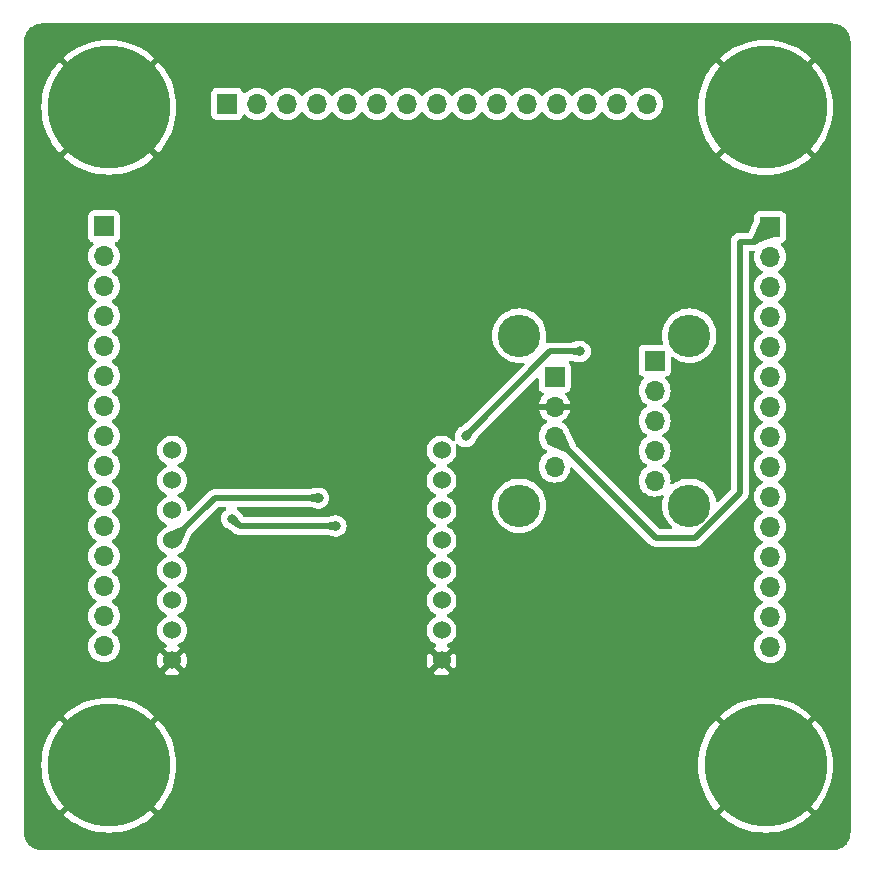
<source format=gbr>
%TF.GenerationSoftware,KiCad,Pcbnew,7.0.7*%
%TF.CreationDate,2024-04-01T01:40:13+05:30*%
%TF.ProjectId,FC_THT_STACK_2,46435f54-4854-45f5-9354-41434b5f322e,rev?*%
%TF.SameCoordinates,Original*%
%TF.FileFunction,Copper,L2,Bot*%
%TF.FilePolarity,Positive*%
%FSLAX46Y46*%
G04 Gerber Fmt 4.6, Leading zero omitted, Abs format (unit mm)*
G04 Created by KiCad (PCBNEW 7.0.7) date 2024-04-01 01:40:13*
%MOMM*%
%LPD*%
G01*
G04 APERTURE LIST*
%TA.AperFunction,ComponentPad*%
%ADD10C,3.600000*%
%TD*%
%TA.AperFunction,ComponentPad*%
%ADD11R,1.700000X1.700000*%
%TD*%
%TA.AperFunction,ComponentPad*%
%ADD12O,1.700000X1.700000*%
%TD*%
%TA.AperFunction,ComponentPad*%
%ADD13C,10.400000*%
%TD*%
%TA.AperFunction,ComponentPad*%
%ADD14C,1.524000*%
%TD*%
%TA.AperFunction,ViaPad*%
%ADD15C,0.800000*%
%TD*%
%TA.AperFunction,Conductor*%
%ADD16C,0.500000*%
%TD*%
G04 APERTURE END LIST*
D10*
%TO.P,U2,*%
%TO.N,*%
X130070600Y-81543800D03*
X130070600Y-95943800D03*
X144470600Y-81543800D03*
X144470600Y-95943800D03*
D11*
%TO.P,U2,1,VIO*%
%TO.N,3.3V*%
X133070600Y-85013800D03*
D12*
%TO.P,U2,2,GND*%
%TO.N,GND*%
X133070600Y-87553800D03*
%TO.P,U2,3,CS*%
%TO.N,CS_ADXL*%
X133070600Y-90093800D03*
%TO.P,U2,4,VS*%
%TO.N,3.3V*%
X133070600Y-92633800D03*
%TO.P,U2,5,INT2*%
%TO.N,unconnected-(U2-INT2-Pad5)*%
X141540600Y-93813800D03*
%TO.P,U2,6,INT1*%
%TO.N,INT_ADXL*%
X141540600Y-91273800D03*
%TO.P,U2,7,SDO*%
%TO.N,MISO_SPI2*%
X141540600Y-88733800D03*
%TO.P,U2,8,SDA*%
%TO.N,MOSI_SPI2*%
X141540600Y-86193800D03*
D11*
%TO.P,U2,9,SCL*%
%TO.N,SCLK_SPI2*%
X141540600Y-83653800D03*
%TD*%
%TO.P,U1,1*%
%TO.N,CS_ADXL*%
X151326800Y-72321800D03*
D12*
%TO.P,U1,2*%
%TO.N,SCLK_SPI2*%
X151326800Y-74861800D03*
%TO.P,U1,3*%
%TO.N,MOSI_SPI2*%
X151326800Y-77401800D03*
%TO.P,U1,4*%
%TO.N,MISO_SPI2*%
X151326800Y-79941800D03*
%TO.P,U1,5*%
%TO.N,INT_ADXL*%
X151326800Y-82481800D03*
%TO.P,U1,6*%
%TO.N,unconnected-(U1-Pad6)*%
X151326800Y-85021800D03*
%TO.P,U1,7*%
%TO.N,unconnected-(U1-Pad7)*%
X151326800Y-87561800D03*
%TO.P,U1,8*%
%TO.N,unconnected-(U1-Pad8)*%
X151326800Y-90101800D03*
%TO.P,U1,9*%
%TO.N,unconnected-(U1-Pad9)*%
X151326800Y-92641800D03*
%TO.P,U1,10*%
%TO.N,unconnected-(U1-Pad10)*%
X151326800Y-95181800D03*
%TO.P,U1,11*%
%TO.N,unconnected-(U1-Pad11)*%
X151326800Y-97721800D03*
%TO.P,U1,12*%
%TO.N,unconnected-(U1-Pad12)*%
X151326800Y-100261800D03*
%TO.P,U1,13*%
%TO.N,unconnected-(U1-Pad13)*%
X151326800Y-102801800D03*
%TO.P,U1,14*%
%TO.N,unconnected-(U1-Pad14)*%
X151326800Y-105341800D03*
%TO.P,U1,15*%
%TO.N,unconnected-(U1-Pad15)*%
X151326800Y-107881800D03*
%TO.P,U1,16*%
%TO.N,unconnected-(U1-Pad16)*%
X94926800Y-107851800D03*
%TO.P,U1,17*%
%TO.N,unconnected-(U1-Pad17)*%
X94926800Y-105311800D03*
%TO.P,U1,18*%
%TO.N,unconnected-(U1-Pad18)*%
X94926800Y-102771800D03*
%TO.P,U1,19*%
%TO.N,unconnected-(U1-Pad19)*%
X94926800Y-100231800D03*
%TO.P,U1,20*%
%TO.N,unconnected-(U1-Pad20)*%
X94926800Y-97691800D03*
%TO.P,U1,21*%
%TO.N,unconnected-(U1-Pad21)*%
X94926800Y-95151800D03*
%TO.P,U1,22*%
%TO.N,unconnected-(U1-Pad22)*%
X94926800Y-92611800D03*
%TO.P,U1,23*%
%TO.N,unconnected-(U1-Pad23)*%
X94926800Y-90071800D03*
%TO.P,U1,24*%
%TO.N,unconnected-(U1-Pad24)*%
X94926800Y-87531800D03*
%TO.P,U1,25*%
%TO.N,unconnected-(U1-Pad25)*%
X94926800Y-84991800D03*
%TO.P,U1,26*%
%TO.N,unconnected-(U1-Pad26)*%
X94926800Y-82451800D03*
%TO.P,U1,27*%
%TO.N,unconnected-(U1-Pad27)*%
X94926800Y-79911800D03*
%TO.P,U1,28*%
%TO.N,unconnected-(U1-Pad28)*%
X94926800Y-77371800D03*
%TO.P,U1,29*%
%TO.N,unconnected-(U1-Pad29)*%
X94926800Y-74831800D03*
D11*
%TO.P,U1,30*%
%TO.N,CS_MS5607*%
X94926800Y-72291800D03*
%TO.P,U1,31*%
%TO.N,unconnected-(U1-Pad31)*%
X105351800Y-61906800D03*
D12*
%TO.P,U1,32*%
%TO.N,unconnected-(U1-Pad32)*%
X107891800Y-61906800D03*
%TO.P,U1,33*%
%TO.N,unconnected-(U1-Pad33)*%
X110431800Y-61906800D03*
%TO.P,U1,34*%
%TO.N,unconnected-(U1-Pad34)*%
X112971800Y-61906800D03*
%TO.P,U1,35*%
%TO.N,unconnected-(U1-Pad35)*%
X115511800Y-61906800D03*
%TO.P,U1,36*%
%TO.N,unconnected-(U1-Pad36)*%
X118051800Y-61906800D03*
%TO.P,U1,37*%
%TO.N,3.3V*%
X120591800Y-61906800D03*
%TO.P,U1,38*%
%TO.N,unconnected-(U1-Pad38)*%
X123131800Y-61906800D03*
%TO.P,U1,39*%
%TO.N,3.3V*%
X125671800Y-61906800D03*
%TO.P,U1,40*%
X128211800Y-61906800D03*
%TO.P,U1,41*%
%TO.N,unconnected-(U1-Pad41)*%
X130751800Y-61906800D03*
%TO.P,U1,42*%
%TO.N,unconnected-(U1-Pad42)*%
X133291800Y-61906800D03*
%TO.P,U1,43*%
%TO.N,unconnected-(U1-Pad43)*%
X135831800Y-61906800D03*
%TO.P,U1,44*%
%TO.N,unconnected-(U1-Pad44)*%
X138371800Y-61906800D03*
%TO.P,U1,45*%
%TO.N,unconnected-(U1-Pad45)*%
X140911800Y-61906800D03*
D13*
%TO.P,U1,49,1*%
%TO.N,GND*%
X150926800Y-117906800D03*
%TO.P,U1,50,1*%
X95326800Y-117906800D03*
%TO.P,U1,51,1*%
X95326800Y-62206800D03*
%TO.P,U1,52,1*%
X150926800Y-62221800D03*
%TD*%
D14*
%TO.P,U3,1,NC*%
%TO.N,unconnected-(U3-NC-Pad1)*%
X100694800Y-91262200D03*
%TO.P,U3,2,NC*%
%TO.N,unconnected-(U3-NC-Pad2)*%
X100694800Y-93802200D03*
%TO.P,U3,3,CS*%
%TO.N,CS_MS5607*%
X100694800Y-96342200D03*
%TO.P,U3,4,SCK*%
%TO.N,SCLK_SPI2*%
X100694800Y-98882200D03*
%TO.P,U3,5,SDO*%
%TO.N,MISO_SPI2*%
X100694800Y-101422200D03*
%TO.P,U3,6,SDI*%
%TO.N,MOSI_SPI2*%
X100694800Y-103962200D03*
%TO.P,U3,7,3.3V*%
%TO.N,3.3V*%
X100694800Y-106502200D03*
%TO.P,U3,8,GND*%
%TO.N,GND*%
X100694800Y-109042200D03*
%TO.P,U3,9,GND*%
X123494800Y-109042200D03*
%TO.P,U3,10,NC*%
%TO.N,unconnected-(U3-NC-Pad10)*%
X123494800Y-106502200D03*
%TO.P,U3,11,SDA*%
%TO.N,unconnected-(U3-SDA-Pad11)*%
X123494800Y-103962200D03*
%TO.P,U3,12,SCL*%
%TO.N,unconnected-(U3-SCL-Pad12)*%
X123494800Y-101422200D03*
%TO.P,U3,13,NC*%
%TO.N,unconnected-(U3-NC-Pad13)*%
X123494800Y-98882200D03*
%TO.P,U3,14,NC*%
%TO.N,unconnected-(U3-NC-Pad14)*%
X123494800Y-96342200D03*
%TO.P,U3,15,NC*%
%TO.N,unconnected-(U3-NC-Pad15)*%
X123494800Y-93802200D03*
%TO.P,U3,16,NC*%
%TO.N,unconnected-(U3-NC-Pad16)*%
X123494800Y-91262200D03*
%TD*%
D15*
%TO.N,SCLK_SPI2*%
X113080800Y-95300800D03*
X135229600Y-82880200D03*
X125526800Y-90068400D03*
%TO.N,MOSI_SPI2*%
X114554000Y-97663000D03*
X105740200Y-97028000D03*
%TD*%
D16*
%TO.N,SCLK_SPI2*%
X104276200Y-95300800D02*
X100694800Y-98882200D01*
X125526800Y-90068400D02*
X132715000Y-82880200D01*
X132715000Y-82880200D02*
X135229600Y-82880200D01*
X113080800Y-95300800D02*
X104276200Y-95300800D01*
%TO.N,MOSI_SPI2*%
X106400600Y-97663000D02*
X105740200Y-97002600D01*
X105740200Y-97002600D02*
X105740200Y-97028000D01*
X114554000Y-97663000D02*
X106400600Y-97663000D01*
%TO.N,CS_ADXL*%
X144942781Y-98653600D02*
X148742400Y-94853981D01*
X148742400Y-94853981D02*
X148742400Y-73583800D01*
X141630400Y-98653600D02*
X144942781Y-98653600D01*
X132740400Y-90424000D02*
X133070600Y-90093800D01*
X150064800Y-73583800D02*
X151326800Y-72321800D01*
X133070600Y-90093800D02*
X141630400Y-98653600D01*
X148742400Y-73583800D02*
X150064800Y-73583800D01*
%TD*%
%TA.AperFunction,Conductor*%
%TO.N,SCLK_SPI2*%
G36*
X125922575Y-89332804D02*
G01*
X126262395Y-89672624D01*
X126265822Y-89680897D01*
X126263778Y-89687504D01*
X125817583Y-90339637D01*
X125810083Y-90344530D01*
X125801320Y-90342686D01*
X125799675Y-90341324D01*
X125526093Y-90069107D01*
X125253875Y-89795524D01*
X125250469Y-89787243D01*
X125253917Y-89778978D01*
X125255556Y-89777620D01*
X125907695Y-89331420D01*
X125916458Y-89329577D01*
X125922575Y-89332804D01*
G37*
%TD.AperFunction*%
%TD*%
%TA.AperFunction,Conductor*%
%TO.N,CS_ADXL*%
G36*
X150487291Y-71926765D02*
G01*
X151323407Y-72319735D01*
X151329436Y-72326356D01*
X151329441Y-72326369D01*
X151629121Y-73160802D01*
X151628693Y-73169747D01*
X151622079Y-73175763D01*
X149813124Y-73828149D01*
X149804179Y-73827732D01*
X149798149Y-73821112D01*
X149797455Y-73817143D01*
X149797455Y-73336468D01*
X149798612Y-73331395D01*
X149875399Y-73171800D01*
X150471774Y-71932281D01*
X150478448Y-71926313D01*
X150487291Y-71926765D01*
G37*
%TD.AperFunction*%
%TD*%
%TA.AperFunction,Conductor*%
%TO.N,SCLK_SPI2*%
G36*
X101601421Y-97633561D02*
G01*
X101943438Y-97975578D01*
X101946865Y-97983851D01*
X101945788Y-97988754D01*
X101403502Y-99163608D01*
X101396923Y-99169684D01*
X101388415Y-99169520D01*
X101177352Y-99082394D01*
X100698588Y-98884762D01*
X100692248Y-98878437D01*
X100692237Y-98878411D01*
X100407479Y-98188582D01*
X100407490Y-98179630D01*
X100413389Y-98173498D01*
X101588248Y-97631210D01*
X101597192Y-97630855D01*
X101601421Y-97633561D01*
G37*
%TD.AperFunction*%
%TD*%
%TA.AperFunction,Conductor*%
%TO.N,SCLK_SPI2*%
G36*
X135224542Y-82484635D02*
G01*
X135229435Y-82492135D01*
X135229635Y-82494262D01*
X135230600Y-82880200D01*
X135229635Y-83266137D01*
X135226187Y-83274402D01*
X135217906Y-83277808D01*
X135215779Y-83277608D01*
X134439144Y-83131989D01*
X134431644Y-83127096D01*
X134429600Y-83120489D01*
X134429600Y-82639910D01*
X134433027Y-82631637D01*
X134439142Y-82628410D01*
X135215780Y-82482791D01*
X135224542Y-82484635D01*
G37*
%TD.AperFunction*%
%TD*%
%TA.AperFunction,Conductor*%
%TO.N,MOSI_SPI2*%
G36*
X114548942Y-97267435D02*
G01*
X114553835Y-97274935D01*
X114554035Y-97277062D01*
X114555000Y-97663000D01*
X114554035Y-98048937D01*
X114550587Y-98057202D01*
X114542306Y-98060608D01*
X114540179Y-98060408D01*
X113763544Y-97914789D01*
X113756044Y-97909896D01*
X113754000Y-97903289D01*
X113754000Y-97422710D01*
X113757427Y-97414437D01*
X113763542Y-97411210D01*
X114540180Y-97265591D01*
X114548942Y-97267435D01*
G37*
%TD.AperFunction*%
%TD*%
%TA.AperFunction,Conductor*%
%TO.N,GND*%
G36*
X156629007Y-55107457D02*
G01*
X156696555Y-55112289D01*
X156843444Y-55123849D01*
X156851747Y-55125074D01*
X156946560Y-55145699D01*
X157063025Y-55173660D01*
X157070201Y-55175851D01*
X157166537Y-55211783D01*
X157244722Y-55244168D01*
X157272656Y-55255739D01*
X157278647Y-55258605D01*
X157369737Y-55308343D01*
X157372380Y-55309873D01*
X157467703Y-55368288D01*
X157472443Y-55371505D01*
X157556240Y-55434235D01*
X157559320Y-55436698D01*
X157643737Y-55508797D01*
X157647313Y-55512103D01*
X157721495Y-55586285D01*
X157724801Y-55589861D01*
X157796894Y-55674271D01*
X157799376Y-55677374D01*
X157862089Y-55761149D01*
X157865321Y-55765911D01*
X157923710Y-55861193D01*
X157925263Y-55863876D01*
X157974993Y-55954951D01*
X157977859Y-55960941D01*
X158021816Y-56067060D01*
X158057742Y-56163382D01*
X158059940Y-56170581D01*
X158087898Y-56287031D01*
X158108523Y-56381844D01*
X158109750Y-56390167D01*
X158121317Y-56537131D01*
X158126142Y-56604589D01*
X158126300Y-56609013D01*
X158126300Y-123604586D01*
X158126142Y-123609008D01*
X158124758Y-123628355D01*
X158121317Y-123676468D01*
X158109750Y-123823432D01*
X158108523Y-123831755D01*
X158087901Y-123926555D01*
X158059940Y-124043017D01*
X158057742Y-124050216D01*
X158021816Y-124146539D01*
X157977859Y-124252657D01*
X157974993Y-124258647D01*
X157925263Y-124349722D01*
X157923710Y-124352405D01*
X157865321Y-124447687D01*
X157862089Y-124452449D01*
X157799376Y-124536224D01*
X157796887Y-124539336D01*
X157724801Y-124623737D01*
X157721495Y-124627313D01*
X157647313Y-124701495D01*
X157643737Y-124704801D01*
X157559336Y-124776887D01*
X157556224Y-124779376D01*
X157472449Y-124842089D01*
X157467687Y-124845321D01*
X157372405Y-124903710D01*
X157369722Y-124905263D01*
X157278647Y-124954993D01*
X157272657Y-124957859D01*
X157166539Y-125001816D01*
X157070216Y-125037742D01*
X157063017Y-125039940D01*
X156946555Y-125067901D01*
X156851755Y-125088523D01*
X156843432Y-125089750D01*
X156696468Y-125101317D01*
X156648355Y-125104758D01*
X156629008Y-125106142D01*
X156624586Y-125106300D01*
X89629014Y-125106300D01*
X89624591Y-125106142D01*
X89597044Y-125104171D01*
X89557173Y-125101320D01*
X89410161Y-125089749D01*
X89401838Y-125088522D01*
X89307072Y-125067907D01*
X89190586Y-125039941D01*
X89183386Y-125037743D01*
X89087069Y-125001819D01*
X88980935Y-124957856D01*
X88974944Y-124954990D01*
X88883886Y-124905269D01*
X88881205Y-124903716D01*
X88785910Y-124845320D01*
X88781152Y-124842091D01*
X88697367Y-124779370D01*
X88694271Y-124776894D01*
X88609861Y-124704801D01*
X88606285Y-124701495D01*
X88532103Y-124627313D01*
X88528797Y-124623737D01*
X88456698Y-124539320D01*
X88454235Y-124536240D01*
X88391501Y-124452438D01*
X88388287Y-124447701D01*
X88329879Y-124352388D01*
X88328335Y-124349722D01*
X88278602Y-124258641D01*
X88275742Y-124252663D01*
X88231780Y-124146530D01*
X88226551Y-124132510D01*
X88195852Y-124050204D01*
X88193659Y-124043017D01*
X88165700Y-123926564D01*
X88145075Y-123831753D01*
X88143851Y-123823451D01*
X88132280Y-123676426D01*
X88129636Y-123639473D01*
X88127457Y-123609007D01*
X88127300Y-123604587D01*
X88127300Y-117906800D01*
X89621927Y-117906800D01*
X89641412Y-118377909D01*
X89699733Y-118845789D01*
X89699734Y-118845789D01*
X89796494Y-119307259D01*
X89931032Y-119759165D01*
X90102426Y-120198415D01*
X90102426Y-120198416D01*
X90309514Y-120622020D01*
X90309515Y-120622021D01*
X90550869Y-121027066D01*
X90550868Y-121027065D01*
X90824850Y-121410801D01*
X91120349Y-121759695D01*
X92093182Y-120786862D01*
X92154505Y-120753377D01*
X92224196Y-120758361D01*
X92272741Y-120791270D01*
X92353369Y-120880230D01*
X92442328Y-120960857D01*
X92478782Y-121020463D01*
X92477223Y-121090315D01*
X92446736Y-121140416D01*
X91473903Y-122113249D01*
X91473903Y-122113250D01*
X91822799Y-122408750D01*
X92206535Y-122682732D01*
X92206534Y-122682731D01*
X92611579Y-122924085D01*
X92611580Y-122924086D01*
X93035184Y-123131174D01*
X93035185Y-123131174D01*
X93474435Y-123302568D01*
X93926341Y-123437106D01*
X94387811Y-123533866D01*
X94387811Y-123533867D01*
X94855691Y-123592188D01*
X95326800Y-123611673D01*
X95797909Y-123592188D01*
X96265789Y-123533867D01*
X96265789Y-123533866D01*
X96727259Y-123437106D01*
X97179165Y-123302568D01*
X97618415Y-123131174D01*
X97618416Y-123131174D01*
X98042020Y-122924086D01*
X98042021Y-122924085D01*
X98447066Y-122682731D01*
X98447065Y-122682732D01*
X98830801Y-122408750D01*
X99179695Y-122113250D01*
X99179695Y-122113249D01*
X98206862Y-121140416D01*
X98173377Y-121079093D01*
X98178361Y-121009401D01*
X98211268Y-120960860D01*
X98300230Y-120880230D01*
X98380859Y-120791268D01*
X98440462Y-120754817D01*
X98510314Y-120756374D01*
X98560416Y-120786862D01*
X99533249Y-121759695D01*
X99533250Y-121759695D01*
X99828750Y-121410801D01*
X100102732Y-121027065D01*
X100102731Y-121027066D01*
X100344085Y-120622021D01*
X100344086Y-120622020D01*
X100551174Y-120198416D01*
X100551174Y-120198415D01*
X100722568Y-119759165D01*
X100857106Y-119307259D01*
X100953866Y-118845789D01*
X100953867Y-118845789D01*
X101012188Y-118377909D01*
X101031673Y-117906800D01*
X145221927Y-117906800D01*
X145241412Y-118377909D01*
X145299733Y-118845789D01*
X145299734Y-118845789D01*
X145396494Y-119307259D01*
X145531032Y-119759165D01*
X145702426Y-120198415D01*
X145702426Y-120198416D01*
X145909514Y-120622020D01*
X145909515Y-120622021D01*
X146150869Y-121027066D01*
X146150868Y-121027065D01*
X146424850Y-121410801D01*
X146720349Y-121759695D01*
X147693182Y-120786862D01*
X147754505Y-120753377D01*
X147824196Y-120758361D01*
X147872741Y-120791270D01*
X147953369Y-120880230D01*
X148042328Y-120960857D01*
X148078782Y-121020463D01*
X148077223Y-121090315D01*
X148046736Y-121140416D01*
X147073903Y-122113249D01*
X147073903Y-122113250D01*
X147422799Y-122408750D01*
X147806535Y-122682732D01*
X147806534Y-122682731D01*
X148211579Y-122924085D01*
X148211580Y-122924086D01*
X148635184Y-123131174D01*
X148635185Y-123131174D01*
X149074435Y-123302568D01*
X149526341Y-123437106D01*
X149987811Y-123533866D01*
X149987811Y-123533867D01*
X150455691Y-123592188D01*
X150926800Y-123611673D01*
X151397909Y-123592188D01*
X151865789Y-123533867D01*
X151865789Y-123533866D01*
X152327259Y-123437106D01*
X152779165Y-123302568D01*
X153218415Y-123131174D01*
X153218416Y-123131174D01*
X153642020Y-122924086D01*
X153642021Y-122924085D01*
X154047066Y-122682731D01*
X154047065Y-122682732D01*
X154430801Y-122408750D01*
X154779695Y-122113250D01*
X154779695Y-122113249D01*
X153806862Y-121140416D01*
X153773377Y-121079093D01*
X153778361Y-121009401D01*
X153811268Y-120960860D01*
X153900230Y-120880230D01*
X153980859Y-120791268D01*
X154040462Y-120754817D01*
X154110314Y-120756374D01*
X154160416Y-120786862D01*
X155133249Y-121759695D01*
X155133250Y-121759695D01*
X155428750Y-121410801D01*
X155702732Y-121027065D01*
X155702731Y-121027066D01*
X155944085Y-120622021D01*
X155944086Y-120622020D01*
X156151174Y-120198416D01*
X156151174Y-120198415D01*
X156322568Y-119759165D01*
X156457106Y-119307259D01*
X156553866Y-118845789D01*
X156553867Y-118845789D01*
X156612188Y-118377909D01*
X156631673Y-117906800D01*
X156612188Y-117435691D01*
X156553867Y-116967811D01*
X156553866Y-116967811D01*
X156457106Y-116506341D01*
X156322568Y-116054435D01*
X156151174Y-115615185D01*
X156151174Y-115615184D01*
X155944086Y-115191580D01*
X155944085Y-115191579D01*
X155702731Y-114786534D01*
X155702732Y-114786535D01*
X155428750Y-114402799D01*
X155133250Y-114053903D01*
X155133249Y-114053903D01*
X154160416Y-115026736D01*
X154099093Y-115060221D01*
X154029401Y-115055237D01*
X153980857Y-115022328D01*
X153900230Y-114933369D01*
X153811270Y-114852741D01*
X153774816Y-114793135D01*
X153776375Y-114723283D01*
X153806862Y-114673182D01*
X154779695Y-113700349D01*
X154430801Y-113404850D01*
X154047065Y-113130868D01*
X154047066Y-113130869D01*
X153642021Y-112889515D01*
X153642020Y-112889514D01*
X153218416Y-112682426D01*
X153218415Y-112682426D01*
X152779165Y-112511032D01*
X152327259Y-112376494D01*
X151865789Y-112279734D01*
X151865789Y-112279733D01*
X151397909Y-112221412D01*
X150926800Y-112201927D01*
X150455691Y-112221412D01*
X149987811Y-112279733D01*
X149987811Y-112279734D01*
X149526341Y-112376494D01*
X149074435Y-112511032D01*
X148635185Y-112682426D01*
X148635184Y-112682426D01*
X148211580Y-112889514D01*
X148211579Y-112889515D01*
X147806534Y-113130869D01*
X147806535Y-113130868D01*
X147422799Y-113404850D01*
X147073903Y-113700349D01*
X148046736Y-114673182D01*
X148080221Y-114734505D01*
X148075237Y-114804197D01*
X148042329Y-114852740D01*
X147953369Y-114933369D01*
X147872740Y-115022329D01*
X147813134Y-115058782D01*
X147743281Y-115057223D01*
X147693182Y-115026736D01*
X146720349Y-114053903D01*
X146424850Y-114402799D01*
X146150868Y-114786535D01*
X146150869Y-114786534D01*
X145909515Y-115191579D01*
X145909514Y-115191580D01*
X145702426Y-115615184D01*
X145702426Y-115615185D01*
X145531032Y-116054435D01*
X145396494Y-116506341D01*
X145299734Y-116967811D01*
X145299733Y-116967811D01*
X145241412Y-117435691D01*
X145221927Y-117906800D01*
X101031673Y-117906800D01*
X101012188Y-117435691D01*
X100953867Y-116967811D01*
X100953866Y-116967811D01*
X100857106Y-116506341D01*
X100722568Y-116054435D01*
X100551174Y-115615185D01*
X100551174Y-115615184D01*
X100344086Y-115191580D01*
X100344085Y-115191579D01*
X100102731Y-114786534D01*
X100102732Y-114786535D01*
X99828750Y-114402799D01*
X99533250Y-114053903D01*
X99533249Y-114053903D01*
X98560416Y-115026736D01*
X98499093Y-115060221D01*
X98429401Y-115055237D01*
X98380857Y-115022328D01*
X98300230Y-114933369D01*
X98211270Y-114852741D01*
X98174816Y-114793135D01*
X98176375Y-114723283D01*
X98206862Y-114673182D01*
X99179695Y-113700349D01*
X98830801Y-113404850D01*
X98447065Y-113130868D01*
X98447066Y-113130869D01*
X98042021Y-112889515D01*
X98042020Y-112889514D01*
X97618416Y-112682426D01*
X97618415Y-112682426D01*
X97179165Y-112511032D01*
X96727259Y-112376494D01*
X96265789Y-112279734D01*
X96265789Y-112279733D01*
X95797909Y-112221412D01*
X95326800Y-112201927D01*
X94855691Y-112221412D01*
X94387811Y-112279733D01*
X94387811Y-112279734D01*
X93926341Y-112376494D01*
X93474435Y-112511032D01*
X93035185Y-112682426D01*
X93035184Y-112682426D01*
X92611580Y-112889514D01*
X92611579Y-112889515D01*
X92206534Y-113130869D01*
X92206535Y-113130868D01*
X91822799Y-113404850D01*
X91473903Y-113700349D01*
X92446736Y-114673182D01*
X92480221Y-114734505D01*
X92475237Y-114804197D01*
X92442329Y-114852740D01*
X92353369Y-114933369D01*
X92272740Y-115022329D01*
X92213134Y-115058782D01*
X92143281Y-115057223D01*
X92093182Y-115026736D01*
X91120349Y-114053903D01*
X90824850Y-114402799D01*
X90550868Y-114786535D01*
X90550869Y-114786534D01*
X90309515Y-115191579D01*
X90309514Y-115191580D01*
X90102426Y-115615184D01*
X90102426Y-115615185D01*
X89931032Y-116054435D01*
X89796494Y-116506341D01*
X89699734Y-116967811D01*
X89699733Y-116967811D01*
X89641412Y-117435691D01*
X89621927Y-117906800D01*
X88127300Y-117906800D01*
X88127300Y-107851800D01*
X93571141Y-107851800D01*
X93591736Y-108087203D01*
X93591738Y-108087213D01*
X93652894Y-108315455D01*
X93652896Y-108315459D01*
X93652897Y-108315463D01*
X93746725Y-108516677D01*
X93752765Y-108529630D01*
X93752767Y-108529634D01*
X93844891Y-108661200D01*
X93888305Y-108723201D01*
X94055399Y-108890295D01*
X94152184Y-108958064D01*
X94248965Y-109025832D01*
X94248967Y-109025833D01*
X94248970Y-109025835D01*
X94463137Y-109125703D01*
X94691392Y-109186863D01*
X94879718Y-109203339D01*
X94926799Y-109207459D01*
X94926800Y-109207459D01*
X94926801Y-109207459D01*
X94966034Y-109204026D01*
X95162208Y-109186863D01*
X95390463Y-109125703D01*
X95604630Y-109025835D01*
X95798201Y-108890295D01*
X95965295Y-108723201D01*
X96100835Y-108529630D01*
X96200703Y-108315463D01*
X96261863Y-108087208D01*
X96282459Y-107851800D01*
X96281456Y-107840341D01*
X96275433Y-107771493D01*
X96261863Y-107616392D01*
X96200703Y-107388137D01*
X96100835Y-107173971D01*
X95986302Y-107010399D01*
X95965294Y-106980397D01*
X95798202Y-106813306D01*
X95798196Y-106813301D01*
X95612642Y-106683375D01*
X95569017Y-106628798D01*
X95561823Y-106559300D01*
X95590688Y-106502202D01*
X99427477Y-106502202D01*
X99446729Y-106722262D01*
X99446730Y-106722270D01*
X99503904Y-106935645D01*
X99503905Y-106935647D01*
X99503906Y-106935650D01*
X99524772Y-106980397D01*
X99597266Y-107135862D01*
X99597268Y-107135866D01*
X99723970Y-107316815D01*
X99723975Y-107316821D01*
X99880178Y-107473024D01*
X99880184Y-107473029D01*
X100061133Y-107599731D01*
X100061135Y-107599732D01*
X100061138Y-107599734D01*
X100190581Y-107660094D01*
X100243020Y-107706266D01*
X100262172Y-107773460D01*
X100241956Y-107840341D01*
X100190581Y-107884858D01*
X100061386Y-107945103D01*
X99996612Y-107990457D01*
X99996611Y-107990458D01*
X100525523Y-108519370D01*
X100559008Y-108580693D01*
X100554024Y-108650385D01*
X100512152Y-108706318D01*
X100496859Y-108716106D01*
X100457549Y-108737379D01*
X100457548Y-108737379D01*
X100371426Y-108830933D01*
X100371426Y-108830934D01*
X100370711Y-108832565D01*
X100369140Y-108834433D01*
X100365808Y-108839534D01*
X100365191Y-108839131D01*
X100325752Y-108886049D01*
X100259015Y-108906735D01*
X100191688Y-108888057D01*
X100169477Y-108870430D01*
X99643058Y-108344011D01*
X99643057Y-108344012D01*
X99597703Y-108408786D01*
X99504379Y-108608920D01*
X99504375Y-108608929D01*
X99447226Y-108822213D01*
X99447224Y-108822223D01*
X99427979Y-109042199D01*
X99427979Y-109042200D01*
X99447224Y-109262176D01*
X99447226Y-109262186D01*
X99504375Y-109475470D01*
X99504380Y-109475484D01*
X99597699Y-109675607D01*
X99597700Y-109675609D01*
X99643058Y-109740387D01*
X100171850Y-109211595D01*
X100233173Y-109178110D01*
X100302864Y-109183094D01*
X100358798Y-109224965D01*
X100363339Y-109231454D01*
X100410613Y-109303812D01*
X100510957Y-109381913D01*
X100510960Y-109381914D01*
X100511311Y-109382187D01*
X100552124Y-109438897D01*
X100555799Y-109508670D01*
X100522830Y-109567722D01*
X99996611Y-110093941D01*
X100061382Y-110139294D01*
X100061392Y-110139300D01*
X100261515Y-110232619D01*
X100261529Y-110232624D01*
X100474813Y-110289773D01*
X100474823Y-110289775D01*
X100694799Y-110309021D01*
X100694801Y-110309021D01*
X100914776Y-110289775D01*
X100914786Y-110289773D01*
X101128070Y-110232624D01*
X101128084Y-110232619D01*
X101328208Y-110139300D01*
X101328220Y-110139293D01*
X101392986Y-110093942D01*
X101392987Y-110093940D01*
X100864076Y-109565029D01*
X100830591Y-109503706D01*
X100835575Y-109434014D01*
X100877447Y-109378081D01*
X100892733Y-109368297D01*
X100932051Y-109347020D01*
X101018171Y-109253469D01*
X101018883Y-109251843D01*
X101020452Y-109249977D01*
X101023792Y-109244866D01*
X101024409Y-109245269D01*
X101063836Y-109198358D01*
X101130570Y-109177664D01*
X101197899Y-109196335D01*
X101220122Y-109213969D01*
X101746540Y-109740387D01*
X101746542Y-109740386D01*
X101791893Y-109675620D01*
X101791900Y-109675608D01*
X101885219Y-109475484D01*
X101885224Y-109475470D01*
X101942373Y-109262186D01*
X101942375Y-109262176D01*
X101961621Y-109042200D01*
X101961621Y-109042199D01*
X101942375Y-108822223D01*
X101942373Y-108822213D01*
X101885224Y-108608929D01*
X101885220Y-108608920D01*
X101791898Y-108408790D01*
X101746540Y-108344011D01*
X101217749Y-108872802D01*
X101156426Y-108906287D01*
X101086734Y-108901303D01*
X101030801Y-108859431D01*
X101026260Y-108852943D01*
X100978989Y-108780591D01*
X100978987Y-108780588D01*
X100978986Y-108780588D01*
X100878643Y-108702487D01*
X100878640Y-108702485D01*
X100878288Y-108702212D01*
X100837475Y-108645501D01*
X100833800Y-108575729D01*
X100866769Y-108516677D01*
X101392987Y-107990458D01*
X101328209Y-107945100D01*
X101328207Y-107945099D01*
X101199019Y-107884858D01*
X101146579Y-107838686D01*
X101127427Y-107771493D01*
X101147643Y-107704611D01*
X101199019Y-107660094D01*
X101328462Y-107599734D01*
X101509420Y-107473026D01*
X101665626Y-107316820D01*
X101792334Y-107135862D01*
X101885694Y-106935650D01*
X101942870Y-106722268D01*
X101962123Y-106502202D01*
X122227477Y-106502202D01*
X122246729Y-106722262D01*
X122246730Y-106722270D01*
X122303904Y-106935645D01*
X122303905Y-106935647D01*
X122303906Y-106935650D01*
X122324772Y-106980397D01*
X122397266Y-107135862D01*
X122397268Y-107135866D01*
X122523970Y-107316815D01*
X122523975Y-107316821D01*
X122680178Y-107473024D01*
X122680184Y-107473029D01*
X122861133Y-107599731D01*
X122861135Y-107599732D01*
X122861138Y-107599734D01*
X122990581Y-107660094D01*
X123043020Y-107706266D01*
X123062172Y-107773460D01*
X123041956Y-107840341D01*
X122990581Y-107884858D01*
X122861386Y-107945103D01*
X122796612Y-107990457D01*
X122796611Y-107990458D01*
X123325523Y-108519370D01*
X123359008Y-108580693D01*
X123354024Y-108650385D01*
X123312152Y-108706318D01*
X123296859Y-108716106D01*
X123257549Y-108737379D01*
X123257548Y-108737379D01*
X123171426Y-108830933D01*
X123171426Y-108830934D01*
X123170711Y-108832565D01*
X123169140Y-108834433D01*
X123165808Y-108839534D01*
X123165191Y-108839131D01*
X123125752Y-108886049D01*
X123059015Y-108906735D01*
X122991688Y-108888057D01*
X122969477Y-108870430D01*
X122443058Y-108344011D01*
X122443057Y-108344012D01*
X122397703Y-108408786D01*
X122304379Y-108608920D01*
X122304375Y-108608929D01*
X122247226Y-108822213D01*
X122247224Y-108822223D01*
X122227979Y-109042199D01*
X122227979Y-109042200D01*
X122247224Y-109262176D01*
X122247226Y-109262186D01*
X122304375Y-109475470D01*
X122304380Y-109475484D01*
X122397699Y-109675607D01*
X122397700Y-109675609D01*
X122443058Y-109740387D01*
X122971850Y-109211595D01*
X123033173Y-109178110D01*
X123102864Y-109183094D01*
X123158798Y-109224965D01*
X123163339Y-109231454D01*
X123210613Y-109303812D01*
X123310957Y-109381913D01*
X123310960Y-109381914D01*
X123311311Y-109382187D01*
X123352124Y-109438897D01*
X123355799Y-109508670D01*
X123322830Y-109567722D01*
X122796611Y-110093941D01*
X122861382Y-110139294D01*
X122861392Y-110139300D01*
X123061515Y-110232619D01*
X123061529Y-110232624D01*
X123274813Y-110289773D01*
X123274823Y-110289775D01*
X123494799Y-110309021D01*
X123494801Y-110309021D01*
X123714776Y-110289775D01*
X123714786Y-110289773D01*
X123928070Y-110232624D01*
X123928084Y-110232619D01*
X124128208Y-110139300D01*
X124128220Y-110139293D01*
X124192986Y-110093942D01*
X124192987Y-110093940D01*
X123664076Y-109565029D01*
X123630591Y-109503706D01*
X123635575Y-109434014D01*
X123677447Y-109378081D01*
X123692733Y-109368297D01*
X123732051Y-109347020D01*
X123818171Y-109253469D01*
X123818883Y-109251843D01*
X123820452Y-109249977D01*
X123823792Y-109244866D01*
X123824409Y-109245269D01*
X123863836Y-109198358D01*
X123930570Y-109177664D01*
X123997899Y-109196335D01*
X124020122Y-109213969D01*
X124546540Y-109740387D01*
X124546542Y-109740386D01*
X124591893Y-109675620D01*
X124591900Y-109675608D01*
X124685219Y-109475484D01*
X124685224Y-109475470D01*
X124742373Y-109262186D01*
X124742375Y-109262176D01*
X124761621Y-109042200D01*
X124761621Y-109042199D01*
X124742375Y-108822223D01*
X124742373Y-108822213D01*
X124685224Y-108608929D01*
X124685220Y-108608920D01*
X124591898Y-108408790D01*
X124546540Y-108344011D01*
X124017749Y-108872802D01*
X123956426Y-108906287D01*
X123886734Y-108901303D01*
X123830801Y-108859431D01*
X123826260Y-108852943D01*
X123778989Y-108780591D01*
X123778987Y-108780588D01*
X123678643Y-108702487D01*
X123678640Y-108702485D01*
X123678288Y-108702212D01*
X123637475Y-108645501D01*
X123633800Y-108575729D01*
X123666769Y-108516677D01*
X124192987Y-107990458D01*
X124128209Y-107945100D01*
X124128207Y-107945099D01*
X123999019Y-107884858D01*
X123946579Y-107838686D01*
X123927427Y-107771493D01*
X123947643Y-107704611D01*
X123999019Y-107660094D01*
X124128462Y-107599734D01*
X124309420Y-107473026D01*
X124465626Y-107316820D01*
X124592334Y-107135862D01*
X124685694Y-106935650D01*
X124742870Y-106722268D01*
X124762123Y-106502200D01*
X124761663Y-106496945D01*
X124751458Y-106380293D01*
X124742870Y-106282132D01*
X124685694Y-106068750D01*
X124592334Y-105868539D01*
X124465626Y-105687580D01*
X124309420Y-105531374D01*
X124309416Y-105531371D01*
X124309415Y-105531370D01*
X124128466Y-105404668D01*
X124128458Y-105404664D01*
X123999611Y-105344582D01*
X123947171Y-105298410D01*
X123928019Y-105231217D01*
X123948235Y-105164335D01*
X123999611Y-105119818D01*
X124005602Y-105117024D01*
X124128462Y-105059734D01*
X124309420Y-104933026D01*
X124465626Y-104776820D01*
X124592334Y-104595862D01*
X124685694Y-104395650D01*
X124742870Y-104182268D01*
X124762123Y-103962200D01*
X124760200Y-103940225D01*
X124751458Y-103840293D01*
X124742870Y-103742132D01*
X124685694Y-103528750D01*
X124592334Y-103328539D01*
X124465626Y-103147580D01*
X124309420Y-102991374D01*
X124309416Y-102991371D01*
X124309415Y-102991370D01*
X124128466Y-102864668D01*
X124128458Y-102864664D01*
X123999611Y-102804582D01*
X123947171Y-102758410D01*
X123928019Y-102691217D01*
X123948235Y-102624335D01*
X123999611Y-102579818D01*
X124005602Y-102577024D01*
X124128462Y-102519734D01*
X124309420Y-102393026D01*
X124465626Y-102236820D01*
X124592334Y-102055862D01*
X124685694Y-101855650D01*
X124742870Y-101642268D01*
X124762123Y-101422200D01*
X124761663Y-101416945D01*
X124751458Y-101300293D01*
X124742870Y-101202132D01*
X124685694Y-100988750D01*
X124592334Y-100788539D01*
X124465626Y-100607580D01*
X124309420Y-100451374D01*
X124309416Y-100451371D01*
X124309415Y-100451370D01*
X124128466Y-100324668D01*
X124128458Y-100324664D01*
X123999611Y-100264582D01*
X123947171Y-100218410D01*
X123928019Y-100151217D01*
X123948235Y-100084335D01*
X123999611Y-100039818D01*
X124005602Y-100037024D01*
X124128462Y-99979734D01*
X124309420Y-99853026D01*
X124465626Y-99696820D01*
X124592334Y-99515862D01*
X124685694Y-99315650D01*
X124742870Y-99102268D01*
X124762123Y-98882200D01*
X124760200Y-98860225D01*
X124751458Y-98760293D01*
X124742870Y-98662132D01*
X124685694Y-98448750D01*
X124592334Y-98248539D01*
X124522377Y-98148630D01*
X124465627Y-98067581D01*
X124429323Y-98031277D01*
X124309420Y-97911374D01*
X124309416Y-97911371D01*
X124309415Y-97911370D01*
X124128466Y-97784668D01*
X124128458Y-97784664D01*
X123999611Y-97724582D01*
X123947171Y-97678410D01*
X123928019Y-97611217D01*
X123948235Y-97544335D01*
X123999611Y-97499818D01*
X124005602Y-97497024D01*
X124128462Y-97439734D01*
X124309420Y-97313026D01*
X124465626Y-97156820D01*
X124592334Y-96975862D01*
X124685694Y-96775650D01*
X124742870Y-96562268D01*
X124760930Y-96355835D01*
X124762123Y-96342202D01*
X124762123Y-96342197D01*
X124749065Y-96192947D01*
X124742870Y-96122132D01*
X124695086Y-95943800D01*
X127765164Y-95943800D01*
X127779851Y-96167891D01*
X127784887Y-96244718D01*
X127784888Y-96244730D01*
X127843718Y-96540483D01*
X127843722Y-96540498D01*
X127940653Y-96826047D01*
X127940662Y-96826068D01*
X128074031Y-97096513D01*
X128074035Y-97096520D01*
X128241573Y-97347259D01*
X128440410Y-97573989D01*
X128667140Y-97772826D01*
X128917879Y-97940364D01*
X128917886Y-97940368D01*
X129188331Y-98073737D01*
X129188336Y-98073739D01*
X129188348Y-98073745D01*
X129473909Y-98170680D01*
X129673851Y-98210451D01*
X129769669Y-98229511D01*
X129769670Y-98229511D01*
X129769680Y-98229513D01*
X130070600Y-98249236D01*
X130371520Y-98229513D01*
X130667291Y-98170680D01*
X130952852Y-98073745D01*
X131223318Y-97940366D01*
X131474061Y-97772825D01*
X131700789Y-97573989D01*
X131899625Y-97347261D01*
X132067166Y-97096518D01*
X132200545Y-96826052D01*
X132297480Y-96540491D01*
X132356313Y-96244720D01*
X132376036Y-95943800D01*
X132356313Y-95642880D01*
X132350859Y-95615463D01*
X132313911Y-95429712D01*
X132297480Y-95347109D01*
X132200545Y-95061548D01*
X132194983Y-95050270D01*
X132067168Y-94791086D01*
X132067164Y-94791079D01*
X131899626Y-94540340D01*
X131700789Y-94313610D01*
X131474059Y-94114773D01*
X131223320Y-93947235D01*
X131223313Y-93947231D01*
X130952868Y-93813862D01*
X130952847Y-93813853D01*
X130667298Y-93716922D01*
X130667292Y-93716920D01*
X130667291Y-93716920D01*
X130667289Y-93716919D01*
X130667283Y-93716918D01*
X130371530Y-93658088D01*
X130371521Y-93658087D01*
X130371520Y-93658087D01*
X130070600Y-93638364D01*
X130070599Y-93638364D01*
X129920139Y-93648225D01*
X129769680Y-93658087D01*
X129769679Y-93658087D01*
X129769669Y-93658088D01*
X129473916Y-93716918D01*
X129473901Y-93716922D01*
X129188352Y-93813853D01*
X129188331Y-93813862D01*
X128917886Y-93947231D01*
X128917879Y-93947235D01*
X128667140Y-94114773D01*
X128440410Y-94313610D01*
X128241573Y-94540340D01*
X128074035Y-94791079D01*
X128074031Y-94791086D01*
X127940662Y-95061531D01*
X127940653Y-95061552D01*
X127843722Y-95347101D01*
X127843718Y-95347116D01*
X127784888Y-95642869D01*
X127784887Y-95642879D01*
X127784887Y-95642880D01*
X127765164Y-95943800D01*
X124695086Y-95943800D01*
X124685694Y-95908750D01*
X124592334Y-95708539D01*
X124501459Y-95578755D01*
X124465627Y-95527581D01*
X124427102Y-95489056D01*
X124309420Y-95371374D01*
X124309416Y-95371371D01*
X124309415Y-95371370D01*
X124128466Y-95244668D01*
X124128458Y-95244664D01*
X123999611Y-95184582D01*
X123947171Y-95138410D01*
X123928019Y-95071217D01*
X123948235Y-95004335D01*
X123999611Y-94959818D01*
X124005602Y-94957024D01*
X124128462Y-94899734D01*
X124309420Y-94773026D01*
X124465626Y-94616820D01*
X124592334Y-94435862D01*
X124685694Y-94235650D01*
X124742870Y-94022268D01*
X124762123Y-93802200D01*
X124760200Y-93780225D01*
X124749515Y-93658087D01*
X124742870Y-93582132D01*
X124685694Y-93368750D01*
X124592334Y-93168539D01*
X124465626Y-92987580D01*
X124309420Y-92831374D01*
X124309416Y-92831371D01*
X124309415Y-92831370D01*
X124128466Y-92704668D01*
X124128458Y-92704664D01*
X123999611Y-92644582D01*
X123947171Y-92598410D01*
X123928019Y-92531217D01*
X123948235Y-92464335D01*
X123999611Y-92419818D01*
X124005602Y-92417024D01*
X124128462Y-92359734D01*
X124309420Y-92233026D01*
X124465626Y-92076820D01*
X124592334Y-91895862D01*
X124685694Y-91695650D01*
X124742870Y-91482268D01*
X124762123Y-91262200D01*
X124761663Y-91256945D01*
X124750758Y-91132293D01*
X124742870Y-91042132D01*
X124686348Y-90831190D01*
X124688011Y-90761342D01*
X124727173Y-90703479D01*
X124791402Y-90675975D01*
X124860304Y-90687561D01*
X124898273Y-90716126D01*
X124920929Y-90741288D01*
X125074065Y-90852548D01*
X125074070Y-90852551D01*
X125246992Y-90929542D01*
X125246997Y-90929544D01*
X125432154Y-90968900D01*
X125432155Y-90968900D01*
X125621444Y-90968900D01*
X125621446Y-90968900D01*
X125806603Y-90929544D01*
X125979530Y-90852551D01*
X126132671Y-90741288D01*
X126259333Y-90600616D01*
X126300389Y-90529502D01*
X126302887Y-90525534D01*
X126668735Y-89990832D01*
X126683383Y-89973183D01*
X131508421Y-85148145D01*
X131569742Y-85114662D01*
X131639434Y-85119646D01*
X131695367Y-85161518D01*
X131719784Y-85226982D01*
X131720100Y-85235828D01*
X131720100Y-85911670D01*
X131720101Y-85911676D01*
X131726508Y-85971283D01*
X131776802Y-86106128D01*
X131776806Y-86106135D01*
X131863052Y-86221344D01*
X131863055Y-86221347D01*
X131978264Y-86307593D01*
X131978271Y-86307597D01*
X131996243Y-86314300D01*
X132110198Y-86356802D01*
X132166131Y-86398673D01*
X132190549Y-86464137D01*
X132175698Y-86532410D01*
X132154547Y-86560665D01*
X132032486Y-86682726D01*
X131897000Y-86876220D01*
X131896999Y-86876222D01*
X131797170Y-87090307D01*
X131797167Y-87090313D01*
X131739964Y-87303799D01*
X131739964Y-87303800D01*
X132457253Y-87303800D01*
X132524292Y-87323485D01*
X132570047Y-87376289D01*
X132579991Y-87445447D01*
X132576231Y-87462733D01*
X132570600Y-87481911D01*
X132570600Y-87625688D01*
X132576231Y-87644867D01*
X132576230Y-87714736D01*
X132538455Y-87773514D01*
X132474899Y-87802538D01*
X132457253Y-87803800D01*
X131739964Y-87803800D01*
X131797167Y-88017286D01*
X131797170Y-88017292D01*
X131896999Y-88231378D01*
X132032494Y-88424882D01*
X132199517Y-88591905D01*
X132385195Y-88721919D01*
X132428819Y-88776496D01*
X132436012Y-88845995D01*
X132404490Y-88908349D01*
X132385195Y-88925069D01*
X132199194Y-89055308D01*
X132032105Y-89222397D01*
X131896565Y-89415969D01*
X131896564Y-89415971D01*
X131796698Y-89630135D01*
X131796694Y-89630144D01*
X131735538Y-89858386D01*
X131735536Y-89858396D01*
X131714941Y-90093799D01*
X131714941Y-90093800D01*
X131735536Y-90329203D01*
X131735538Y-90329213D01*
X131796694Y-90557455D01*
X131796696Y-90557459D01*
X131796697Y-90557463D01*
X131829841Y-90628540D01*
X131896565Y-90771630D01*
X131896567Y-90771634D01*
X132004881Y-90926321D01*
X132016700Y-90943201D01*
X132032101Y-90965195D01*
X132032106Y-90965202D01*
X132199197Y-91132293D01*
X132199203Y-91132298D01*
X132384758Y-91262225D01*
X132428383Y-91316802D01*
X132435577Y-91386300D01*
X132404054Y-91448655D01*
X132384758Y-91465375D01*
X132199197Y-91595305D01*
X132032105Y-91762397D01*
X131896565Y-91955969D01*
X131896564Y-91955971D01*
X131796698Y-92170135D01*
X131796694Y-92170144D01*
X131735538Y-92398386D01*
X131735536Y-92398396D01*
X131714941Y-92633799D01*
X131714941Y-92633800D01*
X131735536Y-92869203D01*
X131735538Y-92869213D01*
X131796694Y-93097455D01*
X131796696Y-93097459D01*
X131796697Y-93097463D01*
X131829841Y-93168540D01*
X131896565Y-93311630D01*
X131896567Y-93311634D01*
X132004881Y-93466321D01*
X132032105Y-93505201D01*
X132199199Y-93672295D01*
X132262927Y-93716918D01*
X132392765Y-93807832D01*
X132392767Y-93807833D01*
X132392770Y-93807835D01*
X132606937Y-93907703D01*
X132835192Y-93968863D01*
X133023518Y-93985339D01*
X133070599Y-93989459D01*
X133070600Y-93989459D01*
X133070601Y-93989459D01*
X133109834Y-93986026D01*
X133306008Y-93968863D01*
X133534263Y-93907703D01*
X133748430Y-93807835D01*
X133942001Y-93672295D01*
X134109095Y-93505201D01*
X134244635Y-93311630D01*
X134344503Y-93097463D01*
X134405663Y-92869208D01*
X134412975Y-92785623D01*
X134438427Y-92720557D01*
X134495018Y-92679579D01*
X134564780Y-92675700D01*
X134624184Y-92708752D01*
X141054667Y-99139234D01*
X141066448Y-99152866D01*
X141080790Y-99172130D01*
X141120820Y-99205719D01*
X141124792Y-99209359D01*
X141130623Y-99215190D01*
X141130622Y-99215190D01*
X141152427Y-99232430D01*
X141156344Y-99235527D01*
X141215186Y-99284902D01*
X141215194Y-99284906D01*
X141221224Y-99288873D01*
X141221190Y-99288923D01*
X141227537Y-99292966D01*
X141227569Y-99292916D01*
X141233718Y-99296708D01*
X141233720Y-99296709D01*
X141233723Y-99296711D01*
X141303330Y-99329169D01*
X141371967Y-99363640D01*
X141371976Y-99363642D01*
X141378755Y-99366110D01*
X141378734Y-99366167D01*
X141385851Y-99368640D01*
X141385870Y-99368584D01*
X141392730Y-99370857D01*
X141467931Y-99386384D01*
X141467932Y-99386384D01*
X141542679Y-99404100D01*
X141542688Y-99404100D01*
X141549852Y-99404938D01*
X141549845Y-99404997D01*
X141557346Y-99405763D01*
X141557352Y-99405704D01*
X141564540Y-99406333D01*
X141564543Y-99406332D01*
X141564544Y-99406333D01*
X141641298Y-99404100D01*
X144879076Y-99404100D01*
X144897046Y-99405409D01*
X144920804Y-99408889D01*
X144972849Y-99404335D01*
X144978251Y-99404100D01*
X144986485Y-99404100D01*
X144986490Y-99404100D01*
X144998108Y-99402741D01*
X145019057Y-99400293D01*
X145031809Y-99399177D01*
X145095578Y-99393599D01*
X145095586Y-99393596D01*
X145102647Y-99392139D01*
X145102659Y-99392198D01*
X145110024Y-99390565D01*
X145110010Y-99390506D01*
X145117027Y-99388841D01*
X145117036Y-99388841D01*
X145189204Y-99362574D01*
X145262115Y-99338414D01*
X145262124Y-99338407D01*
X145268663Y-99335360D01*
X145268689Y-99335416D01*
X145275471Y-99332132D01*
X145275444Y-99332078D01*
X145281887Y-99328840D01*
X145281898Y-99328837D01*
X145346064Y-99286634D01*
X145411437Y-99246312D01*
X145411443Y-99246305D01*
X145417106Y-99241829D01*
X145417144Y-99241877D01*
X145422981Y-99237122D01*
X145422942Y-99237075D01*
X145428477Y-99232430D01*
X145481166Y-99176583D01*
X148290803Y-96366945D01*
X149228042Y-95429705D01*
X149241671Y-95417928D01*
X149260930Y-95403591D01*
X149294501Y-95363582D01*
X149298161Y-95359587D01*
X149303990Y-95353759D01*
X149309243Y-95347116D01*
X149324340Y-95328021D01*
X149373702Y-95269195D01*
X149373706Y-95269186D01*
X149377674Y-95263156D01*
X149377725Y-95263189D01*
X149381772Y-95256837D01*
X149381720Y-95256805D01*
X149385512Y-95250656D01*
X149417975Y-95181039D01*
X149439384Y-95138410D01*
X149452440Y-95112414D01*
X149452442Y-95112402D01*
X149454909Y-95105627D01*
X149454967Y-95105648D01*
X149457443Y-95098527D01*
X149457386Y-95098508D01*
X149459655Y-95091661D01*
X149459656Y-95091656D01*
X149459657Y-95091654D01*
X149475191Y-95016418D01*
X149492900Y-94941702D01*
X149492900Y-94941700D01*
X149493739Y-94934529D01*
X149493798Y-94934535D01*
X149494564Y-94927035D01*
X149494505Y-94927030D01*
X149495134Y-94919840D01*
X149495033Y-94916386D01*
X149492900Y-94843063D01*
X149492900Y-74458300D01*
X149512585Y-74391261D01*
X149565389Y-74345506D01*
X149616900Y-74334300D01*
X149908402Y-74334300D01*
X149975441Y-74353985D01*
X150021196Y-74406789D01*
X150031140Y-74475947D01*
X150028177Y-74490393D01*
X149991738Y-74626386D01*
X149991736Y-74626396D01*
X149971141Y-74861799D01*
X149971141Y-74861800D01*
X149991736Y-75097203D01*
X149991738Y-75097213D01*
X150052894Y-75325455D01*
X150052896Y-75325459D01*
X150052897Y-75325463D01*
X150138776Y-75509630D01*
X150152765Y-75539630D01*
X150152767Y-75539634D01*
X150261081Y-75694321D01*
X150267299Y-75703202D01*
X150288301Y-75733195D01*
X150288306Y-75733202D01*
X150455397Y-75900293D01*
X150455403Y-75900298D01*
X150640958Y-76030225D01*
X150684583Y-76084802D01*
X150691777Y-76154300D01*
X150660254Y-76216655D01*
X150640958Y-76233375D01*
X150455397Y-76363305D01*
X150288305Y-76530397D01*
X150152765Y-76723969D01*
X150152764Y-76723971D01*
X150052898Y-76938135D01*
X150052894Y-76938144D01*
X149991738Y-77166386D01*
X149991736Y-77166396D01*
X149971141Y-77401799D01*
X149971141Y-77401800D01*
X149991736Y-77637203D01*
X149991738Y-77637213D01*
X150052894Y-77865455D01*
X150052896Y-77865459D01*
X150052897Y-77865463D01*
X150138776Y-78049630D01*
X150152765Y-78079630D01*
X150152767Y-78079634D01*
X150261081Y-78234321D01*
X150267299Y-78243202D01*
X150288301Y-78273195D01*
X150288306Y-78273202D01*
X150455397Y-78440293D01*
X150455403Y-78440298D01*
X150640958Y-78570225D01*
X150684583Y-78624802D01*
X150691777Y-78694300D01*
X150660254Y-78756655D01*
X150640958Y-78773375D01*
X150455397Y-78903305D01*
X150288305Y-79070397D01*
X150152765Y-79263969D01*
X150152764Y-79263971D01*
X150052898Y-79478135D01*
X150052894Y-79478144D01*
X149991738Y-79706386D01*
X149991736Y-79706396D01*
X149971141Y-79941799D01*
X149971141Y-79941800D01*
X149991736Y-80177203D01*
X149991738Y-80177213D01*
X150052894Y-80405455D01*
X150052896Y-80405459D01*
X150052897Y-80405463D01*
X150138776Y-80589630D01*
X150152765Y-80619630D01*
X150152767Y-80619634D01*
X150182104Y-80661531D01*
X150267299Y-80783202D01*
X150288301Y-80813195D01*
X150288306Y-80813202D01*
X150455397Y-80980293D01*
X150455403Y-80980298D01*
X150640958Y-81110225D01*
X150684583Y-81164802D01*
X150691777Y-81234300D01*
X150660254Y-81296655D01*
X150640958Y-81313375D01*
X150455397Y-81443305D01*
X150288305Y-81610397D01*
X150152765Y-81803969D01*
X150152764Y-81803971D01*
X150052898Y-82018135D01*
X150052894Y-82018144D01*
X149991738Y-82246386D01*
X149991736Y-82246396D01*
X149971141Y-82481799D01*
X149971141Y-82481800D01*
X149991736Y-82717203D01*
X149991738Y-82717213D01*
X150052894Y-82945455D01*
X150052896Y-82945459D01*
X150052897Y-82945463D01*
X150110250Y-83068456D01*
X150152765Y-83159630D01*
X150152767Y-83159634D01*
X150214976Y-83248477D01*
X150267299Y-83323202D01*
X150288301Y-83353195D01*
X150288306Y-83353202D01*
X150455397Y-83520293D01*
X150455403Y-83520298D01*
X150640958Y-83650225D01*
X150684583Y-83704802D01*
X150691777Y-83774300D01*
X150660254Y-83836655D01*
X150640958Y-83853375D01*
X150455397Y-83983305D01*
X150288305Y-84150397D01*
X150152765Y-84343969D01*
X150152764Y-84343971D01*
X150052898Y-84558135D01*
X150052894Y-84558144D01*
X149991738Y-84786386D01*
X149991736Y-84786396D01*
X149971141Y-85021799D01*
X149971141Y-85021800D01*
X149991736Y-85257203D01*
X149991738Y-85257213D01*
X150052894Y-85485455D01*
X150052896Y-85485459D01*
X150052897Y-85485463D01*
X150138776Y-85669630D01*
X150152765Y-85699630D01*
X150152767Y-85699634D01*
X150174126Y-85730137D01*
X150267299Y-85863202D01*
X150288301Y-85893195D01*
X150288306Y-85893202D01*
X150455397Y-86060293D01*
X150455403Y-86060298D01*
X150640958Y-86190225D01*
X150684583Y-86244802D01*
X150691777Y-86314300D01*
X150660254Y-86376655D01*
X150640958Y-86393375D01*
X150455397Y-86523305D01*
X150288305Y-86690397D01*
X150152765Y-86883969D01*
X150152764Y-86883971D01*
X150052898Y-87098135D01*
X150052894Y-87098144D01*
X149991738Y-87326386D01*
X149991736Y-87326396D01*
X149971141Y-87561799D01*
X149971141Y-87561800D01*
X149991736Y-87797203D01*
X149991738Y-87797213D01*
X150052894Y-88025455D01*
X150052896Y-88025459D01*
X150052897Y-88025463D01*
X150138776Y-88209630D01*
X150152765Y-88239630D01*
X150152767Y-88239634D01*
X150174126Y-88270137D01*
X150267299Y-88403202D01*
X150288301Y-88433195D01*
X150288306Y-88433202D01*
X150455397Y-88600293D01*
X150455403Y-88600298D01*
X150640958Y-88730225D01*
X150684583Y-88784802D01*
X150691777Y-88854300D01*
X150660254Y-88916655D01*
X150640958Y-88933375D01*
X150455397Y-89063305D01*
X150288305Y-89230397D01*
X150152765Y-89423969D01*
X150152764Y-89423971D01*
X150068258Y-89605195D01*
X150056628Y-89630137D01*
X150052898Y-89638135D01*
X150052894Y-89638144D01*
X149991738Y-89866386D01*
X149991736Y-89866396D01*
X149971141Y-90101799D01*
X149971141Y-90101800D01*
X149991736Y-90337203D01*
X149991738Y-90337213D01*
X150052894Y-90565455D01*
X150052896Y-90565459D01*
X150052897Y-90565463D01*
X150117255Y-90703479D01*
X150152765Y-90779630D01*
X150152767Y-90779634D01*
X150207557Y-90857881D01*
X150285293Y-90968900D01*
X150288301Y-90973195D01*
X150288306Y-90973202D01*
X150455397Y-91140293D01*
X150455403Y-91140298D01*
X150640958Y-91270225D01*
X150684583Y-91324802D01*
X150691777Y-91394300D01*
X150660254Y-91456655D01*
X150640958Y-91473375D01*
X150455397Y-91603305D01*
X150288305Y-91770397D01*
X150152765Y-91963969D01*
X150152764Y-91963971D01*
X150068258Y-92145195D01*
X150056628Y-92170137D01*
X150052898Y-92178135D01*
X150052894Y-92178144D01*
X149991738Y-92406386D01*
X149991736Y-92406396D01*
X149971141Y-92641799D01*
X149971141Y-92641800D01*
X149991736Y-92877203D01*
X149991738Y-92877213D01*
X150052894Y-93105455D01*
X150052896Y-93105459D01*
X150052897Y-93105463D01*
X150138776Y-93289630D01*
X150152765Y-93319630D01*
X150152767Y-93319634D01*
X150261081Y-93474321D01*
X150267299Y-93483202D01*
X150288301Y-93513195D01*
X150288306Y-93513202D01*
X150455397Y-93680293D01*
X150455403Y-93680298D01*
X150640958Y-93810225D01*
X150684583Y-93864802D01*
X150691777Y-93934300D01*
X150660254Y-93996655D01*
X150640958Y-94013375D01*
X150455397Y-94143305D01*
X150288305Y-94310397D01*
X150152765Y-94503969D01*
X150152764Y-94503971D01*
X150094970Y-94627911D01*
X150057583Y-94708089D01*
X150052898Y-94718135D01*
X150052894Y-94718144D01*
X149991738Y-94946386D01*
X149991736Y-94946396D01*
X149971141Y-95181799D01*
X149971141Y-95181800D01*
X149991736Y-95417203D01*
X149991738Y-95417213D01*
X150052894Y-95645455D01*
X150052896Y-95645459D01*
X150052897Y-95645463D01*
X150111131Y-95770346D01*
X150152765Y-95859630D01*
X150152767Y-95859634D01*
X150232629Y-95973688D01*
X150267299Y-96023202D01*
X150288301Y-96053195D01*
X150288306Y-96053202D01*
X150455397Y-96220293D01*
X150455403Y-96220298D01*
X150640958Y-96350225D01*
X150684583Y-96404802D01*
X150691777Y-96474300D01*
X150660254Y-96536655D01*
X150640958Y-96553375D01*
X150455397Y-96683305D01*
X150288305Y-96850397D01*
X150152765Y-97043969D01*
X150152764Y-97043971D01*
X150052898Y-97258135D01*
X150052894Y-97258144D01*
X149991738Y-97486386D01*
X149991736Y-97486396D01*
X149971141Y-97721799D01*
X149971141Y-97721800D01*
X149991736Y-97957203D01*
X149991738Y-97957213D01*
X150052894Y-98185455D01*
X150052896Y-98185459D01*
X150052897Y-98185463D01*
X150109156Y-98306111D01*
X150152765Y-98399630D01*
X150152767Y-98399634D01*
X150239949Y-98524142D01*
X150267299Y-98563202D01*
X150288301Y-98593195D01*
X150288306Y-98593202D01*
X150455397Y-98760293D01*
X150455403Y-98760298D01*
X150640958Y-98890225D01*
X150684583Y-98944802D01*
X150691777Y-99014300D01*
X150660254Y-99076655D01*
X150640958Y-99093375D01*
X150455397Y-99223305D01*
X150288305Y-99390397D01*
X150152765Y-99583969D01*
X150152764Y-99583971D01*
X150052898Y-99798135D01*
X150052894Y-99798144D01*
X149991738Y-100026386D01*
X149991736Y-100026396D01*
X149971141Y-100261799D01*
X149971141Y-100261800D01*
X149991736Y-100497203D01*
X149991738Y-100497213D01*
X150052894Y-100725455D01*
X150052896Y-100725459D01*
X150052897Y-100725463D01*
X150138776Y-100909630D01*
X150152765Y-100939630D01*
X150152767Y-100939634D01*
X150261081Y-101094321D01*
X150267299Y-101103202D01*
X150288301Y-101133195D01*
X150288306Y-101133202D01*
X150455397Y-101300293D01*
X150455403Y-101300298D01*
X150640958Y-101430225D01*
X150684583Y-101484802D01*
X150691777Y-101554300D01*
X150660254Y-101616655D01*
X150640958Y-101633375D01*
X150455397Y-101763305D01*
X150288305Y-101930397D01*
X150152765Y-102123969D01*
X150152764Y-102123971D01*
X150052898Y-102338135D01*
X150052894Y-102338144D01*
X149991738Y-102566386D01*
X149991736Y-102566396D01*
X149971141Y-102801799D01*
X149971141Y-102801800D01*
X149991736Y-103037203D01*
X149991738Y-103037213D01*
X150052894Y-103265455D01*
X150052896Y-103265459D01*
X150052897Y-103265463D01*
X150138776Y-103449630D01*
X150152765Y-103479630D01*
X150152767Y-103479634D01*
X150261081Y-103634321D01*
X150267299Y-103643202D01*
X150288301Y-103673195D01*
X150288306Y-103673202D01*
X150455397Y-103840293D01*
X150455403Y-103840298D01*
X150640958Y-103970225D01*
X150684583Y-104024802D01*
X150691777Y-104094300D01*
X150660254Y-104156655D01*
X150640958Y-104173375D01*
X150455397Y-104303305D01*
X150288305Y-104470397D01*
X150152765Y-104663969D01*
X150152764Y-104663971D01*
X150052898Y-104878135D01*
X150052894Y-104878144D01*
X149991738Y-105106386D01*
X149991736Y-105106396D01*
X149971141Y-105341799D01*
X149971141Y-105341800D01*
X149991736Y-105577203D01*
X149991738Y-105577213D01*
X150052894Y-105805455D01*
X150052896Y-105805459D01*
X150052897Y-105805463D01*
X150138776Y-105989630D01*
X150152765Y-106019630D01*
X150152767Y-106019634D01*
X150261081Y-106174321D01*
X150267299Y-106183202D01*
X150288301Y-106213195D01*
X150288306Y-106213202D01*
X150455397Y-106380293D01*
X150455403Y-106380298D01*
X150640958Y-106510225D01*
X150684583Y-106564802D01*
X150691777Y-106634300D01*
X150660254Y-106696655D01*
X150640958Y-106713375D01*
X150455397Y-106843305D01*
X150288305Y-107010397D01*
X150152765Y-107203969D01*
X150152764Y-107203971D01*
X150052898Y-107418135D01*
X150052894Y-107418144D01*
X149991738Y-107646386D01*
X149991736Y-107646396D01*
X149971141Y-107881799D01*
X149971141Y-107881800D01*
X149991736Y-108117203D01*
X149991738Y-108117213D01*
X150052894Y-108345455D01*
X150052896Y-108345459D01*
X150052897Y-108345463D01*
X150082425Y-108408786D01*
X150152765Y-108559630D01*
X150152767Y-108559634D01*
X150216312Y-108650385D01*
X150288305Y-108753201D01*
X150455399Y-108920295D01*
X150494076Y-108947377D01*
X150648965Y-109055832D01*
X150648967Y-109055833D01*
X150648970Y-109055835D01*
X150863137Y-109155703D01*
X151091392Y-109216863D01*
X151258176Y-109231455D01*
X151326799Y-109237459D01*
X151326800Y-109237459D01*
X151326801Y-109237459D01*
X151395424Y-109231455D01*
X151562208Y-109216863D01*
X151790463Y-109155703D01*
X152004630Y-109055835D01*
X152198201Y-108920295D01*
X152365295Y-108753201D01*
X152500835Y-108559630D01*
X152600703Y-108345463D01*
X152661863Y-108117208D01*
X152682459Y-107881800D01*
X152661863Y-107646392D01*
X152600703Y-107418137D01*
X152500835Y-107203971D01*
X152479828Y-107173969D01*
X152365294Y-107010397D01*
X152198202Y-106843306D01*
X152198196Y-106843301D01*
X152012642Y-106713375D01*
X151969017Y-106658798D01*
X151961823Y-106589300D01*
X151993346Y-106526945D01*
X152012642Y-106510225D01*
X152055486Y-106480225D01*
X152198201Y-106380295D01*
X152365295Y-106213201D01*
X152500835Y-106019630D01*
X152600703Y-105805463D01*
X152661863Y-105577208D01*
X152682459Y-105341800D01*
X152661863Y-105106392D01*
X152600703Y-104878137D01*
X152500835Y-104663971D01*
X152479828Y-104633969D01*
X152365294Y-104470397D01*
X152198202Y-104303306D01*
X152198196Y-104303301D01*
X152012642Y-104173375D01*
X151969017Y-104118798D01*
X151961823Y-104049300D01*
X151993346Y-103986945D01*
X152012642Y-103970225D01*
X152055488Y-103940224D01*
X152198201Y-103840295D01*
X152365295Y-103673201D01*
X152500835Y-103479630D01*
X152600703Y-103265463D01*
X152661863Y-103037208D01*
X152682459Y-102801800D01*
X152661863Y-102566392D01*
X152600703Y-102338137D01*
X152500835Y-102123971D01*
X152479828Y-102093969D01*
X152365294Y-101930397D01*
X152198202Y-101763306D01*
X152198196Y-101763301D01*
X152012642Y-101633375D01*
X151969017Y-101578798D01*
X151961823Y-101509300D01*
X151993346Y-101446945D01*
X152012642Y-101430225D01*
X152055486Y-101400225D01*
X152198201Y-101300295D01*
X152365295Y-101133201D01*
X152500835Y-100939630D01*
X152600703Y-100725463D01*
X152661863Y-100497208D01*
X152682459Y-100261800D01*
X152661863Y-100026392D01*
X152600703Y-99798137D01*
X152500835Y-99583971D01*
X152479828Y-99553969D01*
X152365294Y-99390397D01*
X152198202Y-99223306D01*
X152198196Y-99223301D01*
X152012642Y-99093375D01*
X151969017Y-99038798D01*
X151961823Y-98969300D01*
X151993346Y-98906945D01*
X152012642Y-98890225D01*
X152055488Y-98860224D01*
X152198201Y-98760295D01*
X152365295Y-98593201D01*
X152500835Y-98399630D01*
X152600703Y-98185463D01*
X152661863Y-97957208D01*
X152682459Y-97721800D01*
X152661863Y-97486392D01*
X152600703Y-97258137D01*
X152500835Y-97043971D01*
X152489652Y-97027999D01*
X152365294Y-96850397D01*
X152198202Y-96683306D01*
X152198196Y-96683301D01*
X152012642Y-96553375D01*
X151969017Y-96498798D01*
X151961823Y-96429300D01*
X151993346Y-96366945D01*
X152012642Y-96350225D01*
X152055486Y-96320225D01*
X152198201Y-96220295D01*
X152365295Y-96053201D01*
X152500835Y-95859630D01*
X152600703Y-95645463D01*
X152661863Y-95417208D01*
X152682459Y-95181800D01*
X152682392Y-95181039D01*
X152674572Y-95091654D01*
X152661863Y-94946392D01*
X152601730Y-94721970D01*
X152600705Y-94718144D01*
X152600704Y-94718143D01*
X152600703Y-94718137D01*
X152500835Y-94503971D01*
X152479828Y-94473969D01*
X152365294Y-94310397D01*
X152198202Y-94143306D01*
X152198196Y-94143301D01*
X152012642Y-94013375D01*
X151969017Y-93958798D01*
X151961823Y-93889300D01*
X151993346Y-93826945D01*
X152012642Y-93810225D01*
X152145895Y-93716920D01*
X152198201Y-93680295D01*
X152365295Y-93513201D01*
X152500835Y-93319630D01*
X152600703Y-93105463D01*
X152661863Y-92877208D01*
X152682459Y-92641800D01*
X152661863Y-92406392D01*
X152600703Y-92178137D01*
X152500835Y-91963971D01*
X152495234Y-91955971D01*
X152365294Y-91770397D01*
X152198202Y-91603306D01*
X152198196Y-91603301D01*
X152012642Y-91473375D01*
X151969017Y-91418798D01*
X151961823Y-91349300D01*
X151993346Y-91286945D01*
X152012642Y-91270225D01*
X152055486Y-91240225D01*
X152198201Y-91140295D01*
X152365295Y-90973201D01*
X152500835Y-90779630D01*
X152600703Y-90565463D01*
X152661863Y-90337208D01*
X152682459Y-90101800D01*
X152661863Y-89866392D01*
X152600703Y-89638137D01*
X152500835Y-89423971D01*
X152495234Y-89415971D01*
X152365294Y-89230397D01*
X152198202Y-89063306D01*
X152198196Y-89063301D01*
X152012642Y-88933375D01*
X151969017Y-88878798D01*
X151961823Y-88809300D01*
X151993346Y-88746945D01*
X152012642Y-88730225D01*
X152055486Y-88700225D01*
X152198201Y-88600295D01*
X152365295Y-88433201D01*
X152500835Y-88239630D01*
X152600703Y-88025463D01*
X152661863Y-87797208D01*
X152682459Y-87561800D01*
X152661863Y-87326392D01*
X152600703Y-87098137D01*
X152500835Y-86883971D01*
X152495410Y-86876222D01*
X152365294Y-86690397D01*
X152198202Y-86523306D01*
X152198196Y-86523301D01*
X152012642Y-86393375D01*
X151969017Y-86338798D01*
X151961823Y-86269300D01*
X151993346Y-86206945D01*
X152012642Y-86190225D01*
X152055486Y-86160225D01*
X152198201Y-86060295D01*
X152365295Y-85893201D01*
X152500835Y-85699630D01*
X152600703Y-85485463D01*
X152661863Y-85257208D01*
X152682459Y-85021800D01*
X152661863Y-84786392D01*
X152600703Y-84558137D01*
X152500835Y-84343971D01*
X152479828Y-84313969D01*
X152365294Y-84150397D01*
X152198202Y-83983306D01*
X152198196Y-83983301D01*
X152012642Y-83853375D01*
X151969017Y-83798798D01*
X151961823Y-83729300D01*
X151993346Y-83666945D01*
X152012642Y-83650225D01*
X152055486Y-83620225D01*
X152198201Y-83520295D01*
X152365295Y-83353201D01*
X152500835Y-83159630D01*
X152600703Y-82945463D01*
X152661863Y-82717208D01*
X152682459Y-82481800D01*
X152661863Y-82246392D01*
X152600703Y-82018137D01*
X152500835Y-81803971D01*
X152479828Y-81773969D01*
X152365294Y-81610397D01*
X152198202Y-81443306D01*
X152198196Y-81443301D01*
X152012642Y-81313375D01*
X151969017Y-81258798D01*
X151961823Y-81189300D01*
X151993346Y-81126945D01*
X152012642Y-81110225D01*
X152055486Y-81080225D01*
X152198201Y-80980295D01*
X152365295Y-80813201D01*
X152500835Y-80619630D01*
X152600703Y-80405463D01*
X152661863Y-80177208D01*
X152682459Y-79941800D01*
X152661863Y-79706392D01*
X152600703Y-79478137D01*
X152500835Y-79263971D01*
X152479828Y-79233969D01*
X152365294Y-79070397D01*
X152198202Y-78903306D01*
X152198196Y-78903301D01*
X152012642Y-78773375D01*
X151969017Y-78718798D01*
X151961823Y-78649300D01*
X151993346Y-78586945D01*
X152012642Y-78570225D01*
X152055486Y-78540225D01*
X152198201Y-78440295D01*
X152365295Y-78273201D01*
X152500835Y-78079630D01*
X152600703Y-77865463D01*
X152661863Y-77637208D01*
X152682459Y-77401800D01*
X152661863Y-77166392D01*
X152600703Y-76938137D01*
X152500835Y-76723971D01*
X152479828Y-76693969D01*
X152365294Y-76530397D01*
X152198202Y-76363306D01*
X152198196Y-76363301D01*
X152012642Y-76233375D01*
X151969017Y-76178798D01*
X151961823Y-76109300D01*
X151993346Y-76046945D01*
X152012642Y-76030225D01*
X152055486Y-76000225D01*
X152198201Y-75900295D01*
X152365295Y-75733201D01*
X152500835Y-75539630D01*
X152600703Y-75325463D01*
X152661863Y-75097208D01*
X152682459Y-74861800D01*
X152661863Y-74626392D01*
X152600703Y-74398137D01*
X152500835Y-74183971D01*
X152479827Y-74153969D01*
X152365296Y-73990400D01*
X152335295Y-73960399D01*
X152243367Y-73868471D01*
X152209884Y-73807151D01*
X152214868Y-73737459D01*
X152256739Y-73681525D01*
X152287715Y-73664610D01*
X152419131Y-73615596D01*
X152534346Y-73529346D01*
X152620596Y-73414131D01*
X152670891Y-73279283D01*
X152677300Y-73219673D01*
X152677299Y-71423928D01*
X152670891Y-71364317D01*
X152659701Y-71334316D01*
X152620597Y-71229471D01*
X152620593Y-71229464D01*
X152534347Y-71114255D01*
X152534344Y-71114252D01*
X152419135Y-71028006D01*
X152419128Y-71028002D01*
X152284282Y-70977708D01*
X152284283Y-70977708D01*
X152224683Y-70971301D01*
X152224681Y-70971300D01*
X152224673Y-70971300D01*
X152224664Y-70971300D01*
X150428929Y-70971300D01*
X150428923Y-70971301D01*
X150369316Y-70977708D01*
X150234471Y-71028002D01*
X150234464Y-71028006D01*
X150119255Y-71114252D01*
X150119252Y-71114255D01*
X150033006Y-71229464D01*
X150033002Y-71229471D01*
X149982708Y-71364317D01*
X149976301Y-71423916D01*
X149976301Y-71423923D01*
X149976300Y-71423935D01*
X149976300Y-71767881D01*
X149964039Y-71821643D01*
X149511091Y-72763062D01*
X149464287Y-72814938D01*
X149399352Y-72833300D01*
X148766041Y-72833300D01*
X148762440Y-72833195D01*
X148698465Y-72829469D01*
X148698462Y-72829469D01*
X148635343Y-72840598D01*
X148631775Y-72841121D01*
X148568150Y-72848558D01*
X148568143Y-72848559D01*
X148557601Y-72852396D01*
X148536735Y-72857986D01*
X148525697Y-72859932D01*
X148525685Y-72859936D01*
X148466850Y-72885314D01*
X148463500Y-72886645D01*
X148403285Y-72908561D01*
X148403281Y-72908563D01*
X148393902Y-72914731D01*
X148374898Y-72924977D01*
X148364604Y-72929418D01*
X148364589Y-72929426D01*
X148313194Y-72967689D01*
X148310241Y-72969757D01*
X148256706Y-73004968D01*
X148249006Y-73013129D01*
X148232869Y-73027489D01*
X148223870Y-73034188D01*
X148182674Y-73083283D01*
X148180278Y-73085976D01*
X148136305Y-73132584D01*
X148130700Y-73142293D01*
X148118309Y-73159991D01*
X148111099Y-73168583D01*
X148082340Y-73225847D01*
X148080629Y-73229020D01*
X148048588Y-73284517D01*
X148048587Y-73284519D01*
X148045368Y-73295270D01*
X148037396Y-73315337D01*
X148032360Y-73325365D01*
X148032359Y-73325369D01*
X148017582Y-73387712D01*
X148016649Y-73391193D01*
X147998269Y-73452592D01*
X147997617Y-73463790D01*
X147994487Y-73485161D01*
X147991900Y-73496079D01*
X147991900Y-73560158D01*
X147991795Y-73563760D01*
X147990523Y-73585596D01*
X147988069Y-73627734D01*
X147988069Y-73627735D01*
X147990016Y-73638777D01*
X147991900Y-73660309D01*
X147991900Y-94491751D01*
X147972215Y-94558790D01*
X147955581Y-94579432D01*
X146942886Y-95592126D01*
X146881563Y-95625611D01*
X146811871Y-95620627D01*
X146755938Y-95578755D01*
X146733588Y-95528636D01*
X146733378Y-95527580D01*
X146697480Y-95347109D01*
X146600545Y-95061548D01*
X146594983Y-95050270D01*
X146467168Y-94791086D01*
X146467164Y-94791079D01*
X146299626Y-94540340D01*
X146100789Y-94313610D01*
X145874059Y-94114773D01*
X145623320Y-93947235D01*
X145623313Y-93947231D01*
X145352868Y-93813862D01*
X145352847Y-93813853D01*
X145067298Y-93716922D01*
X145067292Y-93716920D01*
X145067291Y-93716920D01*
X145067289Y-93716919D01*
X145067283Y-93716918D01*
X144771530Y-93658088D01*
X144771521Y-93658087D01*
X144771520Y-93658087D01*
X144470600Y-93638364D01*
X144470599Y-93638364D01*
X144320139Y-93648225D01*
X144169680Y-93658087D01*
X144169679Y-93658087D01*
X144169669Y-93658088D01*
X143873916Y-93716918D01*
X143873901Y-93716922D01*
X143588352Y-93813853D01*
X143588331Y-93813862D01*
X143317888Y-93947230D01*
X143072631Y-94111105D01*
X143005954Y-94131982D01*
X142938574Y-94113497D01*
X142891884Y-94061518D01*
X142880213Y-93997196D01*
X142896259Y-93813800D01*
X142875663Y-93578392D01*
X142814503Y-93350137D01*
X142714635Y-93135971D01*
X142693274Y-93105463D01*
X142579094Y-92942397D01*
X142412002Y-92775306D01*
X142411996Y-92775301D01*
X142226442Y-92645375D01*
X142182817Y-92590798D01*
X142175623Y-92521300D01*
X142207146Y-92458945D01*
X142226442Y-92442225D01*
X142320461Y-92376392D01*
X142412001Y-92312295D01*
X142579095Y-92145201D01*
X142714635Y-91951630D01*
X142814503Y-91737463D01*
X142875663Y-91509208D01*
X142896259Y-91273800D01*
X142875663Y-91038392D01*
X142814503Y-90810137D01*
X142714635Y-90595971D01*
X142693274Y-90565463D01*
X142579094Y-90402397D01*
X142412002Y-90235306D01*
X142411996Y-90235301D01*
X142226442Y-90105375D01*
X142182817Y-90050798D01*
X142175623Y-89981300D01*
X142207146Y-89918945D01*
X142226442Y-89902225D01*
X142257977Y-89880144D01*
X142412001Y-89772295D01*
X142579095Y-89605201D01*
X142714635Y-89411630D01*
X142814503Y-89197463D01*
X142875663Y-88969208D01*
X142896259Y-88733800D01*
X142875663Y-88498392D01*
X142814503Y-88270137D01*
X142714635Y-88055971D01*
X142693274Y-88025463D01*
X142579094Y-87862397D01*
X142412002Y-87695306D01*
X142411996Y-87695301D01*
X142226442Y-87565375D01*
X142182817Y-87510798D01*
X142175623Y-87441300D01*
X142207146Y-87378945D01*
X142226442Y-87362225D01*
X142252533Y-87343956D01*
X142412001Y-87232295D01*
X142579095Y-87065201D01*
X142714635Y-86871630D01*
X142814503Y-86657463D01*
X142875663Y-86429208D01*
X142896259Y-86193800D01*
X142875663Y-85958392D01*
X142814503Y-85730137D01*
X142714635Y-85515971D01*
X142693273Y-85485463D01*
X142579096Y-85322400D01*
X142579095Y-85322399D01*
X142457167Y-85200471D01*
X142423684Y-85139151D01*
X142428668Y-85069459D01*
X142470539Y-85013525D01*
X142501515Y-84996610D01*
X142632931Y-84947596D01*
X142748146Y-84861346D01*
X142834396Y-84746131D01*
X142884691Y-84611283D01*
X142891100Y-84551673D01*
X142891099Y-83487185D01*
X142910783Y-83420147D01*
X142963587Y-83374392D01*
X143032746Y-83364448D01*
X143083988Y-83384083D01*
X143317882Y-83540366D01*
X143317885Y-83540367D01*
X143317886Y-83540368D01*
X143588331Y-83673737D01*
X143588336Y-83673739D01*
X143588348Y-83673745D01*
X143873909Y-83770680D01*
X144015267Y-83798798D01*
X144169669Y-83829511D01*
X144169670Y-83829511D01*
X144169680Y-83829513D01*
X144470600Y-83849236D01*
X144771520Y-83829513D01*
X145067291Y-83770680D01*
X145352852Y-83673745D01*
X145623318Y-83540366D01*
X145874061Y-83372825D01*
X146100789Y-83173989D01*
X146299625Y-82947261D01*
X146467166Y-82696518D01*
X146600545Y-82426052D01*
X146697480Y-82140491D01*
X146756313Y-81844720D01*
X146776036Y-81543800D01*
X146756313Y-81242880D01*
X146697480Y-80947109D01*
X146600545Y-80661548D01*
X146579875Y-80619634D01*
X146467168Y-80391086D01*
X146467164Y-80391079D01*
X146299626Y-80140340D01*
X146100789Y-79913610D01*
X145874059Y-79714773D01*
X145623320Y-79547235D01*
X145623313Y-79547231D01*
X145352868Y-79413862D01*
X145352847Y-79413853D01*
X145067298Y-79316922D01*
X145067292Y-79316920D01*
X145067291Y-79316920D01*
X145067289Y-79316919D01*
X145067283Y-79316918D01*
X144771530Y-79258088D01*
X144771521Y-79258087D01*
X144771520Y-79258087D01*
X144470600Y-79238364D01*
X144470599Y-79238364D01*
X144320139Y-79248225D01*
X144169680Y-79258087D01*
X144169679Y-79258087D01*
X144169669Y-79258088D01*
X143873916Y-79316918D01*
X143873901Y-79316922D01*
X143588352Y-79413853D01*
X143588331Y-79413862D01*
X143317886Y-79547231D01*
X143317879Y-79547235D01*
X143067140Y-79714773D01*
X142840410Y-79913610D01*
X142641573Y-80140340D01*
X142474035Y-80391079D01*
X142474031Y-80391086D01*
X142340662Y-80661531D01*
X142340653Y-80661552D01*
X142243722Y-80947101D01*
X142243718Y-80947116D01*
X142184888Y-81242869D01*
X142184887Y-81242879D01*
X142184887Y-81242880D01*
X142180634Y-81307765D01*
X142165164Y-81543799D01*
X142184887Y-81844718D01*
X142184888Y-81844730D01*
X142243718Y-82140483D01*
X142244772Y-82144416D01*
X142243588Y-82144733D01*
X142246268Y-82209267D01*
X142210966Y-82269562D01*
X142148669Y-82301200D01*
X142125944Y-82303300D01*
X140642729Y-82303300D01*
X140642723Y-82303301D01*
X140583116Y-82309708D01*
X140448271Y-82360002D01*
X140448264Y-82360006D01*
X140333055Y-82446252D01*
X140333052Y-82446255D01*
X140246806Y-82561464D01*
X140246802Y-82561471D01*
X140196508Y-82696317D01*
X140190101Y-82755916D01*
X140190100Y-82755935D01*
X140190100Y-84551670D01*
X140190101Y-84551676D01*
X140196508Y-84611283D01*
X140246802Y-84746128D01*
X140246806Y-84746135D01*
X140333052Y-84861344D01*
X140333055Y-84861347D01*
X140448264Y-84947593D01*
X140448271Y-84947597D01*
X140579681Y-84996610D01*
X140635615Y-85038481D01*
X140660032Y-85103945D01*
X140645180Y-85172218D01*
X140624030Y-85200473D01*
X140502103Y-85322400D01*
X140366565Y-85515969D01*
X140366564Y-85515971D01*
X140266698Y-85730135D01*
X140266694Y-85730144D01*
X140205538Y-85958386D01*
X140205536Y-85958396D01*
X140184941Y-86193799D01*
X140184941Y-86193800D01*
X140205536Y-86429203D01*
X140205538Y-86429213D01*
X140266694Y-86657455D01*
X140266696Y-86657459D01*
X140266697Y-86657463D01*
X140358330Y-86853969D01*
X140366565Y-86871630D01*
X140366567Y-86871634D01*
X140502101Y-87065195D01*
X140502106Y-87065202D01*
X140669197Y-87232293D01*
X140669203Y-87232298D01*
X140854758Y-87362225D01*
X140898383Y-87416802D01*
X140905577Y-87486300D01*
X140874054Y-87548655D01*
X140854758Y-87565375D01*
X140669197Y-87695305D01*
X140502105Y-87862397D01*
X140366565Y-88055969D01*
X140366564Y-88055971D01*
X140266698Y-88270135D01*
X140266694Y-88270144D01*
X140205538Y-88498386D01*
X140205536Y-88498396D01*
X140184941Y-88733799D01*
X140184941Y-88733800D01*
X140205536Y-88969203D01*
X140205538Y-88969213D01*
X140266694Y-89197455D01*
X140266696Y-89197459D01*
X140266697Y-89197463D01*
X140304917Y-89279425D01*
X140366565Y-89411630D01*
X140366567Y-89411634D01*
X140502101Y-89605195D01*
X140502106Y-89605202D01*
X140669197Y-89772293D01*
X140669203Y-89772298D01*
X140854758Y-89902225D01*
X140898383Y-89956802D01*
X140905577Y-90026300D01*
X140874054Y-90088655D01*
X140854758Y-90105375D01*
X140669197Y-90235305D01*
X140502105Y-90402397D01*
X140366565Y-90595969D01*
X140366564Y-90595971D01*
X140266698Y-90810135D01*
X140266694Y-90810144D01*
X140205538Y-91038386D01*
X140205536Y-91038396D01*
X140184941Y-91273799D01*
X140184941Y-91273800D01*
X140205536Y-91509203D01*
X140205538Y-91509213D01*
X140266694Y-91737455D01*
X140266696Y-91737459D01*
X140266697Y-91737463D01*
X140340560Y-91895862D01*
X140366565Y-91951630D01*
X140366567Y-91951634D01*
X140502101Y-92145195D01*
X140502106Y-92145202D01*
X140669197Y-92312293D01*
X140669203Y-92312298D01*
X140854758Y-92442225D01*
X140898383Y-92496802D01*
X140905577Y-92566300D01*
X140874054Y-92628655D01*
X140854758Y-92645375D01*
X140669197Y-92775305D01*
X140502105Y-92942397D01*
X140366565Y-93135969D01*
X140366564Y-93135971D01*
X140266698Y-93350135D01*
X140266694Y-93350144D01*
X140205538Y-93578386D01*
X140205536Y-93578396D01*
X140184941Y-93813799D01*
X140184941Y-93813800D01*
X140205536Y-94049203D01*
X140205538Y-94049213D01*
X140266694Y-94277455D01*
X140266696Y-94277459D01*
X140266697Y-94277463D01*
X140323977Y-94400300D01*
X140366565Y-94491630D01*
X140366567Y-94491634D01*
X140454224Y-94616820D01*
X140502105Y-94685201D01*
X140669199Y-94852295D01*
X140736949Y-94899734D01*
X140862765Y-94987832D01*
X140862767Y-94987833D01*
X140862770Y-94987835D01*
X141076937Y-95087703D01*
X141076943Y-95087704D01*
X141076944Y-95087705D01*
X141100923Y-95094130D01*
X141305192Y-95148863D01*
X141493518Y-95165339D01*
X141540599Y-95169459D01*
X141540600Y-95169459D01*
X141540601Y-95169459D01*
X141579834Y-95166026D01*
X141776008Y-95148863D01*
X142004263Y-95087703D01*
X142130212Y-95028971D01*
X142199287Y-95018480D01*
X142263071Y-95046999D01*
X142301311Y-95105476D01*
X142301866Y-95175343D01*
X142300034Y-95181213D01*
X142243722Y-95347101D01*
X142243718Y-95347116D01*
X142184888Y-95642869D01*
X142184887Y-95642879D01*
X142184887Y-95642880D01*
X142165164Y-95943800D01*
X142179851Y-96167891D01*
X142184887Y-96244718D01*
X142184888Y-96244730D01*
X142243718Y-96540483D01*
X142243722Y-96540498D01*
X142340653Y-96826047D01*
X142340662Y-96826068D01*
X142474031Y-97096513D01*
X142474035Y-97096520D01*
X142641573Y-97347259D01*
X142840410Y-97573989D01*
X142967988Y-97685872D01*
X143005412Y-97744874D01*
X143004996Y-97814742D01*
X142966873Y-97873295D01*
X142903145Y-97901941D01*
X142886229Y-97903100D01*
X141992630Y-97903100D01*
X141925591Y-97883415D01*
X141904949Y-97866781D01*
X134896049Y-90857881D01*
X134870209Y-90820090D01*
X134865834Y-90810135D01*
X134323280Y-89575608D01*
X134301706Y-89532279D01*
X134301700Y-89532271D01*
X134298578Y-89527261D01*
X134298778Y-89527136D01*
X134288745Y-89510564D01*
X134268498Y-89467145D01*
X134244635Y-89415971D01*
X134244632Y-89415967D01*
X134244632Y-89415966D01*
X134109094Y-89222397D01*
X133942002Y-89055306D01*
X133942001Y-89055305D01*
X133756005Y-88925069D01*
X133712381Y-88870492D01*
X133705188Y-88800993D01*
X133736710Y-88738639D01*
X133756005Y-88721919D01*
X133941682Y-88591905D01*
X134108705Y-88424882D01*
X134244200Y-88231378D01*
X134344029Y-88017292D01*
X134344032Y-88017286D01*
X134401236Y-87803800D01*
X133683947Y-87803800D01*
X133616908Y-87784115D01*
X133571153Y-87731311D01*
X133561209Y-87662153D01*
X133564969Y-87644867D01*
X133570600Y-87625688D01*
X133570600Y-87481911D01*
X133564969Y-87462733D01*
X133564970Y-87392864D01*
X133602745Y-87334086D01*
X133666301Y-87305062D01*
X133683947Y-87303800D01*
X134401236Y-87303800D01*
X134401235Y-87303799D01*
X134344032Y-87090313D01*
X134344029Y-87090307D01*
X134244200Y-86876222D01*
X134244199Y-86876220D01*
X134108713Y-86682726D01*
X134108708Y-86682720D01*
X133986653Y-86560665D01*
X133953168Y-86499342D01*
X133958152Y-86429650D01*
X134000024Y-86373717D01*
X134031000Y-86356802D01*
X134144957Y-86314300D01*
X134162926Y-86307598D01*
X134162926Y-86307597D01*
X134162931Y-86307596D01*
X134278146Y-86221346D01*
X134364396Y-86106131D01*
X134414691Y-85971283D01*
X134421100Y-85911673D01*
X134421099Y-84115928D01*
X134414691Y-84056317D01*
X134387459Y-83983305D01*
X134364397Y-83921471D01*
X134364393Y-83921464D01*
X134303349Y-83839920D01*
X134278931Y-83774456D01*
X134293782Y-83706183D01*
X134343187Y-83656777D01*
X134411460Y-83641925D01*
X134425457Y-83643731D01*
X134977778Y-83747291D01*
X135134954Y-83780700D01*
X135163550Y-83780700D01*
X135169358Y-83780973D01*
X135170572Y-83781087D01*
X135170583Y-83781088D01*
X135170594Y-83781087D01*
X135170596Y-83781088D01*
X135241984Y-83780700D01*
X135324244Y-83780700D01*
X135324246Y-83780700D01*
X135509403Y-83741344D01*
X135682330Y-83664351D01*
X135835471Y-83553088D01*
X135962133Y-83412416D01*
X136056779Y-83248484D01*
X136115274Y-83068456D01*
X136135060Y-82880200D01*
X136115274Y-82691944D01*
X136056779Y-82511916D01*
X135962133Y-82347984D01*
X135835471Y-82207312D01*
X135832238Y-82204963D01*
X135682334Y-82096051D01*
X135682329Y-82096048D01*
X135509407Y-82019057D01*
X135509402Y-82019055D01*
X135363601Y-81988065D01*
X135324246Y-81979700D01*
X135134954Y-81979700D01*
X135009250Y-82006418D01*
X134977824Y-82013098D01*
X134367276Y-82127576D01*
X134344424Y-82129700D01*
X132778705Y-82129700D01*
X132760735Y-82128391D01*
X132736972Y-82124910D01*
X132691533Y-82128886D01*
X132684931Y-82129464D01*
X132679530Y-82129700D01*
X132671289Y-82129700D01*
X132649579Y-82132237D01*
X132638724Y-82133506D01*
X132623419Y-82134845D01*
X132562199Y-82140201D01*
X132555132Y-82141660D01*
X132555120Y-82141604D01*
X132547763Y-82143235D01*
X132547777Y-82143292D01*
X132540747Y-82144958D01*
X132484535Y-82165416D01*
X132414806Y-82169844D01*
X132353751Y-82135871D01*
X132320756Y-82074283D01*
X132320512Y-82024700D01*
X132356313Y-81844720D01*
X132376036Y-81543800D01*
X132356313Y-81242880D01*
X132297480Y-80947109D01*
X132200545Y-80661548D01*
X132179875Y-80619634D01*
X132067168Y-80391086D01*
X132067164Y-80391079D01*
X131899626Y-80140340D01*
X131700789Y-79913610D01*
X131474059Y-79714773D01*
X131223320Y-79547235D01*
X131223313Y-79547231D01*
X130952868Y-79413862D01*
X130952847Y-79413853D01*
X130667298Y-79316922D01*
X130667292Y-79316920D01*
X130667291Y-79316920D01*
X130667289Y-79316919D01*
X130667283Y-79316918D01*
X130371530Y-79258088D01*
X130371521Y-79258087D01*
X130371520Y-79258087D01*
X130070600Y-79238364D01*
X130070599Y-79238364D01*
X129920139Y-79248225D01*
X129769680Y-79258087D01*
X129769679Y-79258087D01*
X129769669Y-79258088D01*
X129473916Y-79316918D01*
X129473901Y-79316922D01*
X129188352Y-79413853D01*
X129188331Y-79413862D01*
X128917886Y-79547231D01*
X128917879Y-79547235D01*
X128667140Y-79714773D01*
X128440410Y-79913610D01*
X128241573Y-80140340D01*
X128074035Y-80391079D01*
X128074031Y-80391086D01*
X127940662Y-80661531D01*
X127940653Y-80661552D01*
X127843722Y-80947101D01*
X127843718Y-80947116D01*
X127784888Y-81242869D01*
X127784887Y-81242879D01*
X127784887Y-81242880D01*
X127780634Y-81307765D01*
X127765164Y-81543799D01*
X127784887Y-81844718D01*
X127784888Y-81844730D01*
X127843718Y-82140483D01*
X127843722Y-82140498D01*
X127940653Y-82426047D01*
X127940662Y-82426068D01*
X128074031Y-82696513D01*
X128074035Y-82696520D01*
X128241573Y-82947259D01*
X128440410Y-83173989D01*
X128667140Y-83372826D01*
X128917879Y-83540364D01*
X128917886Y-83540368D01*
X129188331Y-83673737D01*
X129188336Y-83673739D01*
X129188348Y-83673745D01*
X129473909Y-83770680D01*
X129615267Y-83798798D01*
X129769669Y-83829511D01*
X129769670Y-83829511D01*
X129769680Y-83829513D01*
X130070600Y-83849236D01*
X130371520Y-83829513D01*
X130386032Y-83826626D01*
X130455623Y-83832851D01*
X130510802Y-83875711D01*
X130534049Y-83941600D01*
X130517983Y-84009598D01*
X130497908Y-84035923D01*
X125622030Y-88911800D01*
X125604370Y-88926457D01*
X125104480Y-89268487D01*
X125084904Y-89279425D01*
X125074070Y-89284249D01*
X125074067Y-89284251D01*
X124920930Y-89395510D01*
X124920927Y-89395512D01*
X124873570Y-89448108D01*
X124871581Y-89450215D01*
X124861117Y-89460797D01*
X124856200Y-89467145D01*
X124853259Y-89470665D01*
X124794268Y-89536182D01*
X124794264Y-89536187D01*
X124699621Y-89700115D01*
X124699618Y-89700122D01*
X124648192Y-89858396D01*
X124641126Y-89880144D01*
X124621340Y-90068400D01*
X124641126Y-90256656D01*
X124641127Y-90256659D01*
X124657881Y-90308223D01*
X124659876Y-90378064D01*
X124623795Y-90437897D01*
X124561094Y-90468725D01*
X124491680Y-90460760D01*
X124452269Y-90434223D01*
X124396110Y-90378064D01*
X124309420Y-90291374D01*
X124309416Y-90291371D01*
X124309415Y-90291370D01*
X124128466Y-90164668D01*
X124128462Y-90164666D01*
X124128462Y-90164665D01*
X123928250Y-90071306D01*
X123928247Y-90071305D01*
X123928245Y-90071304D01*
X123714870Y-90014130D01*
X123714862Y-90014129D01*
X123494802Y-89994877D01*
X123494798Y-89994877D01*
X123274737Y-90014129D01*
X123274729Y-90014130D01*
X123061354Y-90071304D01*
X123061348Y-90071307D01*
X122861140Y-90164665D01*
X122861138Y-90164666D01*
X122680177Y-90291375D01*
X122523975Y-90447577D01*
X122397266Y-90628538D01*
X122397265Y-90628540D01*
X122303907Y-90828748D01*
X122303904Y-90828754D01*
X122246730Y-91042129D01*
X122246729Y-91042137D01*
X122227477Y-91262197D01*
X122227477Y-91262202D01*
X122246729Y-91482262D01*
X122246730Y-91482270D01*
X122303904Y-91695645D01*
X122303905Y-91695647D01*
X122303906Y-91695650D01*
X122338761Y-91770397D01*
X122397266Y-91895862D01*
X122397268Y-91895866D01*
X122523970Y-92076815D01*
X122523975Y-92076821D01*
X122680178Y-92233024D01*
X122680184Y-92233029D01*
X122861133Y-92359731D01*
X122861135Y-92359732D01*
X122861138Y-92359734D01*
X122980548Y-92415415D01*
X122989989Y-92419818D01*
X123042428Y-92465990D01*
X123061580Y-92533184D01*
X123041364Y-92600065D01*
X122989989Y-92644582D01*
X122861140Y-92704665D01*
X122861138Y-92704666D01*
X122680177Y-92831375D01*
X122523975Y-92987577D01*
X122397266Y-93168538D01*
X122397265Y-93168540D01*
X122303907Y-93368748D01*
X122303904Y-93368754D01*
X122246730Y-93582129D01*
X122246729Y-93582137D01*
X122227477Y-93802197D01*
X122227477Y-93802202D01*
X122246729Y-94022262D01*
X122246730Y-94022270D01*
X122303904Y-94235645D01*
X122303905Y-94235647D01*
X122303906Y-94235650D01*
X122340260Y-94313611D01*
X122397266Y-94435862D01*
X122397268Y-94435866D01*
X122523970Y-94616815D01*
X122523975Y-94616821D01*
X122680178Y-94773024D01*
X122680184Y-94773029D01*
X122861133Y-94899731D01*
X122861135Y-94899732D01*
X122861138Y-94899734D01*
X122980548Y-94955415D01*
X122989989Y-94959818D01*
X123042428Y-95005990D01*
X123061580Y-95073184D01*
X123041364Y-95140065D01*
X122989989Y-95184582D01*
X122861140Y-95244665D01*
X122861138Y-95244666D01*
X122680177Y-95371375D01*
X122523975Y-95527577D01*
X122397266Y-95708538D01*
X122397265Y-95708540D01*
X122303907Y-95908748D01*
X122303904Y-95908754D01*
X122246730Y-96122129D01*
X122246729Y-96122137D01*
X122227477Y-96342197D01*
X122227477Y-96342202D01*
X122246729Y-96562262D01*
X122246730Y-96562270D01*
X122303904Y-96775645D01*
X122303905Y-96775647D01*
X122303906Y-96775650D01*
X122352029Y-96878851D01*
X122397266Y-96975862D01*
X122397268Y-96975866D01*
X122523970Y-97156815D01*
X122523975Y-97156821D01*
X122680178Y-97313024D01*
X122680184Y-97313029D01*
X122861133Y-97439731D01*
X122861135Y-97439732D01*
X122861138Y-97439734D01*
X122980548Y-97495415D01*
X122989989Y-97499818D01*
X123042428Y-97545990D01*
X123061580Y-97613184D01*
X123041364Y-97680065D01*
X122989989Y-97724582D01*
X122861140Y-97784665D01*
X122861138Y-97784666D01*
X122680177Y-97911375D01*
X122523975Y-98067577D01*
X122397266Y-98248538D01*
X122397265Y-98248540D01*
X122303907Y-98448748D01*
X122303904Y-98448754D01*
X122246730Y-98662129D01*
X122246729Y-98662137D01*
X122227477Y-98882197D01*
X122227477Y-98882202D01*
X122246729Y-99102262D01*
X122246730Y-99102270D01*
X122303904Y-99315645D01*
X122303905Y-99315647D01*
X122303906Y-99315650D01*
X122347384Y-99408889D01*
X122397266Y-99515862D01*
X122397268Y-99515866D01*
X122523970Y-99696815D01*
X122523975Y-99696821D01*
X122680178Y-99853024D01*
X122680184Y-99853029D01*
X122861133Y-99979731D01*
X122861135Y-99979732D01*
X122861138Y-99979734D01*
X122980548Y-100035415D01*
X122989989Y-100039818D01*
X123042428Y-100085990D01*
X123061580Y-100153184D01*
X123041364Y-100220065D01*
X122989989Y-100264582D01*
X122861140Y-100324665D01*
X122861138Y-100324666D01*
X122680177Y-100451375D01*
X122523975Y-100607577D01*
X122397266Y-100788538D01*
X122397265Y-100788540D01*
X122303907Y-100988748D01*
X122303904Y-100988754D01*
X122246730Y-101202129D01*
X122246729Y-101202137D01*
X122227477Y-101422197D01*
X122227477Y-101422202D01*
X122246729Y-101642262D01*
X122246730Y-101642270D01*
X122303904Y-101855645D01*
X122303905Y-101855647D01*
X122303906Y-101855650D01*
X122324772Y-101900397D01*
X122397266Y-102055862D01*
X122397268Y-102055866D01*
X122523970Y-102236815D01*
X122523975Y-102236821D01*
X122680178Y-102393024D01*
X122680184Y-102393029D01*
X122861133Y-102519731D01*
X122861135Y-102519732D01*
X122861138Y-102519734D01*
X122980548Y-102575415D01*
X122989989Y-102579818D01*
X123042428Y-102625990D01*
X123061580Y-102693184D01*
X123041364Y-102760065D01*
X122989989Y-102804582D01*
X122861140Y-102864665D01*
X122861138Y-102864666D01*
X122680177Y-102991375D01*
X122523975Y-103147577D01*
X122397266Y-103328538D01*
X122397265Y-103328540D01*
X122303907Y-103528748D01*
X122303904Y-103528754D01*
X122246730Y-103742129D01*
X122246729Y-103742137D01*
X122227477Y-103962197D01*
X122227477Y-103962202D01*
X122246729Y-104182262D01*
X122246730Y-104182270D01*
X122303904Y-104395645D01*
X122303905Y-104395647D01*
X122303906Y-104395650D01*
X122324772Y-104440397D01*
X122397266Y-104595862D01*
X122397268Y-104595866D01*
X122523970Y-104776815D01*
X122523975Y-104776821D01*
X122680178Y-104933024D01*
X122680184Y-104933029D01*
X122861133Y-105059731D01*
X122861135Y-105059732D01*
X122861138Y-105059734D01*
X122980548Y-105115415D01*
X122989989Y-105119818D01*
X123042428Y-105165990D01*
X123061580Y-105233184D01*
X123041364Y-105300065D01*
X122989989Y-105344582D01*
X122861140Y-105404665D01*
X122861138Y-105404666D01*
X122680177Y-105531375D01*
X122523975Y-105687577D01*
X122397266Y-105868538D01*
X122397265Y-105868540D01*
X122303907Y-106068748D01*
X122303904Y-106068754D01*
X122246730Y-106282129D01*
X122246729Y-106282137D01*
X122227477Y-106502197D01*
X122227477Y-106502202D01*
X101962123Y-106502202D01*
X101962123Y-106502200D01*
X101961663Y-106496945D01*
X101951458Y-106380293D01*
X101942870Y-106282132D01*
X101885694Y-106068750D01*
X101792334Y-105868539D01*
X101665626Y-105687580D01*
X101509420Y-105531374D01*
X101509416Y-105531371D01*
X101509415Y-105531370D01*
X101328466Y-105404668D01*
X101328458Y-105404664D01*
X101199611Y-105344582D01*
X101147171Y-105298410D01*
X101128019Y-105231217D01*
X101148235Y-105164335D01*
X101199611Y-105119818D01*
X101205602Y-105117024D01*
X101328462Y-105059734D01*
X101509420Y-104933026D01*
X101665626Y-104776820D01*
X101792334Y-104595862D01*
X101885694Y-104395650D01*
X101942870Y-104182268D01*
X101962123Y-103962200D01*
X101960200Y-103940225D01*
X101951458Y-103840293D01*
X101942870Y-103742132D01*
X101885694Y-103528750D01*
X101792334Y-103328539D01*
X101665626Y-103147580D01*
X101509420Y-102991374D01*
X101509416Y-102991371D01*
X101509415Y-102991370D01*
X101328466Y-102864668D01*
X101328458Y-102864664D01*
X101199611Y-102804582D01*
X101147171Y-102758410D01*
X101128019Y-102691217D01*
X101148235Y-102624335D01*
X101199611Y-102579818D01*
X101205602Y-102577024D01*
X101328462Y-102519734D01*
X101509420Y-102393026D01*
X101665626Y-102236820D01*
X101792334Y-102055862D01*
X101885694Y-101855650D01*
X101942870Y-101642268D01*
X101962123Y-101422200D01*
X101961663Y-101416945D01*
X101951458Y-101300293D01*
X101942870Y-101202132D01*
X101885694Y-100988750D01*
X101792334Y-100788539D01*
X101665626Y-100607580D01*
X101509420Y-100451374D01*
X101509416Y-100451371D01*
X101509415Y-100451370D01*
X101328466Y-100324668D01*
X101328458Y-100324664D01*
X101199611Y-100264582D01*
X101147171Y-100218410D01*
X101128019Y-100151217D01*
X101148235Y-100084335D01*
X101199611Y-100039818D01*
X101205602Y-100037024D01*
X101328462Y-99979734D01*
X101509420Y-99853026D01*
X101665626Y-99696820D01*
X101792334Y-99515862D01*
X101844039Y-99404978D01*
X101848203Y-99397458D01*
X101862469Y-99375457D01*
X102367190Y-98281984D01*
X102392089Y-98246277D01*
X104550748Y-96087619D01*
X104612071Y-96054134D01*
X104638429Y-96051300D01*
X105170858Y-96051300D01*
X105237897Y-96070985D01*
X105283652Y-96123789D01*
X105293596Y-96192947D01*
X105264571Y-96256503D01*
X105243743Y-96275618D01*
X105134329Y-96355111D01*
X105007666Y-96495785D01*
X104913021Y-96659715D01*
X104913018Y-96659722D01*
X104854527Y-96839740D01*
X104854526Y-96839744D01*
X104834740Y-97028000D01*
X104854526Y-97216256D01*
X104854527Y-97216259D01*
X104913018Y-97396277D01*
X104913021Y-97396284D01*
X105007667Y-97560216D01*
X105134329Y-97700888D01*
X105287470Y-97812151D01*
X105310308Y-97822319D01*
X105327281Y-97831521D01*
X105816805Y-98148632D01*
X105848848Y-98178653D01*
X105850990Y-98181530D01*
X105891020Y-98215119D01*
X105894992Y-98218759D01*
X105900824Y-98224591D01*
X105900827Y-98224594D01*
X105926547Y-98244931D01*
X105985388Y-98294304D01*
X105991418Y-98298270D01*
X105991385Y-98298319D01*
X105997743Y-98302369D01*
X105997775Y-98302319D01*
X106003920Y-98306109D01*
X106003923Y-98306111D01*
X106073536Y-98338572D01*
X106142167Y-98373040D01*
X106142172Y-98373041D01*
X106148961Y-98375513D01*
X106148940Y-98375570D01*
X106156055Y-98378043D01*
X106156075Y-98377986D01*
X106162930Y-98380258D01*
X106238158Y-98395790D01*
X106312879Y-98413500D01*
X106312889Y-98413500D01*
X106320052Y-98414338D01*
X106320044Y-98414397D01*
X106327545Y-98415164D01*
X106327551Y-98415105D01*
X106334740Y-98415734D01*
X106334744Y-98415733D01*
X106334745Y-98415734D01*
X106411518Y-98413500D01*
X113668830Y-98413500D01*
X113691682Y-98415624D01*
X113868345Y-98448748D01*
X114302178Y-98530091D01*
X114459354Y-98563500D01*
X114487950Y-98563500D01*
X114493758Y-98563773D01*
X114494972Y-98563887D01*
X114494983Y-98563888D01*
X114494994Y-98563887D01*
X114494996Y-98563888D01*
X114566384Y-98563500D01*
X114648644Y-98563500D01*
X114648646Y-98563500D01*
X114833803Y-98524144D01*
X115006730Y-98447151D01*
X115159871Y-98335888D01*
X115286533Y-98195216D01*
X115381179Y-98031284D01*
X115439674Y-97851256D01*
X115459460Y-97663000D01*
X115439674Y-97474744D01*
X115381179Y-97294716D01*
X115286533Y-97130784D01*
X115159871Y-96990112D01*
X115140263Y-96975866D01*
X115006734Y-96878851D01*
X115006729Y-96878848D01*
X114833807Y-96801857D01*
X114833802Y-96801855D01*
X114688001Y-96770865D01*
X114648646Y-96762500D01*
X114459354Y-96762500D01*
X114333650Y-96789218D01*
X114302224Y-96795898D01*
X113691676Y-96910376D01*
X113668824Y-96912500D01*
X106828124Y-96912500D01*
X106761085Y-96892815D01*
X106727283Y-96860660D01*
X106719940Y-96850399D01*
X106501836Y-96545604D01*
X106498564Y-96540524D01*
X106472734Y-96495786D01*
X106472733Y-96495784D01*
X106443167Y-96462948D01*
X106438821Y-96457541D01*
X106436174Y-96453842D01*
X106436173Y-96453840D01*
X106423570Y-96437657D01*
X106415719Y-96428378D01*
X106415713Y-96428372D01*
X106386132Y-96399420D01*
X106383424Y-96396597D01*
X106346071Y-96355112D01*
X106346069Y-96355110D01*
X106236657Y-96275618D01*
X106193991Y-96220288D01*
X106188012Y-96150675D01*
X106220618Y-96088880D01*
X106281456Y-96054523D01*
X106309542Y-96051300D01*
X112195630Y-96051300D01*
X112218482Y-96053424D01*
X112400857Y-96087619D01*
X112828978Y-96167891D01*
X112986154Y-96201300D01*
X113014750Y-96201300D01*
X113020558Y-96201573D01*
X113021772Y-96201687D01*
X113021783Y-96201688D01*
X113021794Y-96201687D01*
X113021796Y-96201688D01*
X113093184Y-96201300D01*
X113175444Y-96201300D01*
X113175446Y-96201300D01*
X113360603Y-96161944D01*
X113533530Y-96084951D01*
X113686671Y-95973688D01*
X113813333Y-95833016D01*
X113907979Y-95669084D01*
X113966474Y-95489056D01*
X113986260Y-95300800D01*
X113966474Y-95112544D01*
X113907979Y-94932516D01*
X113813333Y-94768584D01*
X113686671Y-94627912D01*
X113686670Y-94627911D01*
X113533534Y-94516651D01*
X113533529Y-94516648D01*
X113360607Y-94439657D01*
X113360602Y-94439655D01*
X113214801Y-94408665D01*
X113175446Y-94400300D01*
X112986154Y-94400300D01*
X112860450Y-94427018D01*
X112829024Y-94433698D01*
X112218476Y-94548176D01*
X112195624Y-94550300D01*
X104339905Y-94550300D01*
X104321935Y-94548991D01*
X104298172Y-94545510D01*
X104253090Y-94549455D01*
X104246133Y-94550064D01*
X104240732Y-94550300D01*
X104232488Y-94550300D01*
X104199907Y-94554108D01*
X104123399Y-94560801D01*
X104116333Y-94562261D01*
X104116321Y-94562204D01*
X104108954Y-94563838D01*
X104108968Y-94563894D01*
X104101951Y-94565556D01*
X104029773Y-94591826D01*
X103956862Y-94615987D01*
X103950319Y-94619038D01*
X103950294Y-94618986D01*
X103943514Y-94622268D01*
X103943540Y-94622320D01*
X103937081Y-94625564D01*
X103872909Y-94667770D01*
X103807545Y-94708088D01*
X103801877Y-94712570D01*
X103801841Y-94712524D01*
X103795998Y-94717284D01*
X103796035Y-94717328D01*
X103790510Y-94721964D01*
X103737797Y-94777835D01*
X102167155Y-96348475D01*
X102105832Y-96381960D01*
X102036140Y-96376976D01*
X101980207Y-96335104D01*
X101955946Y-96271602D01*
X101942870Y-96122132D01*
X101885694Y-95908750D01*
X101792334Y-95708539D01*
X101701459Y-95578755D01*
X101665627Y-95527581D01*
X101627102Y-95489056D01*
X101509420Y-95371374D01*
X101509416Y-95371371D01*
X101509415Y-95371370D01*
X101328466Y-95244668D01*
X101328458Y-95244664D01*
X101199611Y-95184582D01*
X101147171Y-95138410D01*
X101128019Y-95071217D01*
X101148235Y-95004335D01*
X101199611Y-94959818D01*
X101205602Y-94957024D01*
X101328462Y-94899734D01*
X101509420Y-94773026D01*
X101665626Y-94616820D01*
X101792334Y-94435862D01*
X101885694Y-94235650D01*
X101942870Y-94022268D01*
X101962123Y-93802200D01*
X101960200Y-93780225D01*
X101949515Y-93658087D01*
X101942870Y-93582132D01*
X101885694Y-93368750D01*
X101792334Y-93168539D01*
X101665626Y-92987580D01*
X101509420Y-92831374D01*
X101509416Y-92831371D01*
X101509415Y-92831370D01*
X101328466Y-92704668D01*
X101328458Y-92704664D01*
X101199611Y-92644582D01*
X101147171Y-92598410D01*
X101128019Y-92531217D01*
X101148235Y-92464335D01*
X101199611Y-92419818D01*
X101205602Y-92417024D01*
X101328462Y-92359734D01*
X101509420Y-92233026D01*
X101665626Y-92076820D01*
X101792334Y-91895862D01*
X101885694Y-91695650D01*
X101942870Y-91482268D01*
X101962123Y-91262200D01*
X101961663Y-91256945D01*
X101950758Y-91132293D01*
X101942870Y-91042132D01*
X101885694Y-90828750D01*
X101792334Y-90628539D01*
X101665626Y-90447580D01*
X101509420Y-90291374D01*
X101509416Y-90291371D01*
X101509415Y-90291370D01*
X101328466Y-90164668D01*
X101328462Y-90164666D01*
X101328462Y-90164665D01*
X101128250Y-90071306D01*
X101128247Y-90071305D01*
X101128245Y-90071304D01*
X100914870Y-90014130D01*
X100914862Y-90014129D01*
X100694802Y-89994877D01*
X100694798Y-89994877D01*
X100474737Y-90014129D01*
X100474729Y-90014130D01*
X100261354Y-90071304D01*
X100261348Y-90071307D01*
X100061140Y-90164665D01*
X100061138Y-90164666D01*
X99880177Y-90291375D01*
X99723975Y-90447577D01*
X99597266Y-90628538D01*
X99597265Y-90628540D01*
X99503907Y-90828748D01*
X99503904Y-90828754D01*
X99446730Y-91042129D01*
X99446729Y-91042137D01*
X99427477Y-91262197D01*
X99427477Y-91262202D01*
X99446729Y-91482262D01*
X99446730Y-91482270D01*
X99503904Y-91695645D01*
X99503905Y-91695647D01*
X99503906Y-91695650D01*
X99538761Y-91770397D01*
X99597266Y-91895862D01*
X99597268Y-91895866D01*
X99723970Y-92076815D01*
X99723975Y-92076821D01*
X99880178Y-92233024D01*
X99880184Y-92233029D01*
X100061133Y-92359731D01*
X100061135Y-92359732D01*
X100061138Y-92359734D01*
X100180548Y-92415415D01*
X100189989Y-92419818D01*
X100242428Y-92465990D01*
X100261580Y-92533184D01*
X100241364Y-92600065D01*
X100189989Y-92644582D01*
X100061140Y-92704665D01*
X100061138Y-92704666D01*
X99880177Y-92831375D01*
X99723975Y-92987577D01*
X99597266Y-93168538D01*
X99597265Y-93168540D01*
X99503907Y-93368748D01*
X99503904Y-93368754D01*
X99446730Y-93582129D01*
X99446729Y-93582137D01*
X99427477Y-93802197D01*
X99427477Y-93802202D01*
X99446729Y-94022262D01*
X99446730Y-94022270D01*
X99503904Y-94235645D01*
X99503905Y-94235647D01*
X99503906Y-94235650D01*
X99540260Y-94313611D01*
X99597266Y-94435862D01*
X99597268Y-94435866D01*
X99723970Y-94616815D01*
X99723975Y-94616821D01*
X99880178Y-94773024D01*
X99880184Y-94773029D01*
X100061133Y-94899731D01*
X100061135Y-94899732D01*
X100061138Y-94899734D01*
X100180548Y-94955415D01*
X100189989Y-94959818D01*
X100242428Y-95005990D01*
X100261580Y-95073184D01*
X100241364Y-95140065D01*
X100189989Y-95184582D01*
X100061140Y-95244665D01*
X100061138Y-95244666D01*
X99880177Y-95371375D01*
X99723975Y-95527577D01*
X99597266Y-95708538D01*
X99597265Y-95708540D01*
X99503907Y-95908748D01*
X99503904Y-95908754D01*
X99446730Y-96122129D01*
X99446729Y-96122137D01*
X99427477Y-96342197D01*
X99427477Y-96342202D01*
X99446729Y-96562262D01*
X99446730Y-96562270D01*
X99503904Y-96775645D01*
X99503905Y-96775647D01*
X99503906Y-96775650D01*
X99552029Y-96878851D01*
X99597266Y-96975862D01*
X99597268Y-96975866D01*
X99723970Y-97156815D01*
X99723975Y-97156821D01*
X99880178Y-97313024D01*
X99880184Y-97313029D01*
X100061133Y-97439731D01*
X100061135Y-97439732D01*
X100061138Y-97439734D01*
X100096870Y-97456396D01*
X100185702Y-97497819D01*
X100238142Y-97543991D01*
X100257294Y-97611184D01*
X100237078Y-97678066D01*
X100190096Y-97720427D01*
X100182034Y-97724582D01*
X100162577Y-97734607D01*
X100157721Y-97737713D01*
X100157486Y-97737346D01*
X100141047Y-97747402D01*
X100061141Y-97784664D01*
X100061137Y-97784666D01*
X99880177Y-97911375D01*
X99723975Y-98067577D01*
X99597266Y-98248538D01*
X99597265Y-98248540D01*
X99503907Y-98448748D01*
X99503904Y-98448754D01*
X99446730Y-98662129D01*
X99446729Y-98662137D01*
X99427477Y-98882197D01*
X99427477Y-98882202D01*
X99446729Y-99102262D01*
X99446730Y-99102270D01*
X99503904Y-99315645D01*
X99503905Y-99315647D01*
X99503906Y-99315650D01*
X99547384Y-99408889D01*
X99597266Y-99515862D01*
X99597268Y-99515866D01*
X99723970Y-99696815D01*
X99723975Y-99696821D01*
X99880178Y-99853024D01*
X99880184Y-99853029D01*
X100061133Y-99979731D01*
X100061135Y-99979732D01*
X100061138Y-99979734D01*
X100180548Y-100035415D01*
X100189989Y-100039818D01*
X100242428Y-100085990D01*
X100261580Y-100153184D01*
X100241364Y-100220065D01*
X100189989Y-100264582D01*
X100061140Y-100324665D01*
X100061138Y-100324666D01*
X99880177Y-100451375D01*
X99723975Y-100607577D01*
X99597266Y-100788538D01*
X99597265Y-100788540D01*
X99503907Y-100988748D01*
X99503904Y-100988754D01*
X99446730Y-101202129D01*
X99446729Y-101202137D01*
X99427477Y-101422197D01*
X99427477Y-101422202D01*
X99446729Y-101642262D01*
X99446730Y-101642270D01*
X99503904Y-101855645D01*
X99503905Y-101855647D01*
X99503906Y-101855650D01*
X99524772Y-101900397D01*
X99597266Y-102055862D01*
X99597268Y-102055866D01*
X99723970Y-102236815D01*
X99723975Y-102236821D01*
X99880178Y-102393024D01*
X99880184Y-102393029D01*
X100061133Y-102519731D01*
X100061135Y-102519732D01*
X100061138Y-102519734D01*
X100180548Y-102575415D01*
X100189989Y-102579818D01*
X100242428Y-102625990D01*
X100261580Y-102693184D01*
X100241364Y-102760065D01*
X100189989Y-102804582D01*
X100061140Y-102864665D01*
X100061138Y-102864666D01*
X99880177Y-102991375D01*
X99723975Y-103147577D01*
X99597266Y-103328538D01*
X99597265Y-103328540D01*
X99503907Y-103528748D01*
X99503904Y-103528754D01*
X99446730Y-103742129D01*
X99446729Y-103742137D01*
X99427477Y-103962197D01*
X99427477Y-103962202D01*
X99446729Y-104182262D01*
X99446730Y-104182270D01*
X99503904Y-104395645D01*
X99503905Y-104395647D01*
X99503906Y-104395650D01*
X99524772Y-104440397D01*
X99597266Y-104595862D01*
X99597268Y-104595866D01*
X99723970Y-104776815D01*
X99723975Y-104776821D01*
X99880178Y-104933024D01*
X99880184Y-104933029D01*
X100061133Y-105059731D01*
X100061135Y-105059732D01*
X100061138Y-105059734D01*
X100180548Y-105115415D01*
X100189989Y-105119818D01*
X100242428Y-105165990D01*
X100261580Y-105233184D01*
X100241364Y-105300065D01*
X100189989Y-105344582D01*
X100061140Y-105404665D01*
X100061138Y-105404666D01*
X99880177Y-105531375D01*
X99723975Y-105687577D01*
X99597266Y-105868538D01*
X99597265Y-105868540D01*
X99503907Y-106068748D01*
X99503904Y-106068754D01*
X99446730Y-106282129D01*
X99446729Y-106282137D01*
X99427477Y-106502197D01*
X99427477Y-106502202D01*
X95590688Y-106502202D01*
X95593346Y-106496945D01*
X95612642Y-106480225D01*
X95755352Y-106380298D01*
X95798201Y-106350295D01*
X95965295Y-106183201D01*
X96100835Y-105989630D01*
X96200703Y-105775463D01*
X96261863Y-105547208D01*
X96282459Y-105311800D01*
X96261863Y-105076392D01*
X96200703Y-104848137D01*
X96100835Y-104633971D01*
X95986302Y-104470399D01*
X95965294Y-104440397D01*
X95798202Y-104273306D01*
X95798201Y-104273305D01*
X95655486Y-104173375D01*
X95612641Y-104143374D01*
X95569016Y-104088797D01*
X95561824Y-104019298D01*
X95593346Y-103956944D01*
X95612636Y-103940228D01*
X95798201Y-103810295D01*
X95965295Y-103643201D01*
X96100835Y-103449630D01*
X96200703Y-103235463D01*
X96261863Y-103007208D01*
X96282459Y-102771800D01*
X96261863Y-102536392D01*
X96200703Y-102308137D01*
X96100835Y-102093971D01*
X95986302Y-101930399D01*
X95965294Y-101900397D01*
X95798202Y-101733306D01*
X95798196Y-101733301D01*
X95612642Y-101603375D01*
X95569017Y-101548798D01*
X95561823Y-101479300D01*
X95593346Y-101416945D01*
X95612642Y-101400225D01*
X95755352Y-101300298D01*
X95798201Y-101270295D01*
X95965295Y-101103201D01*
X96100835Y-100909630D01*
X96200703Y-100695463D01*
X96261863Y-100467208D01*
X96282459Y-100231800D01*
X96261863Y-99996392D01*
X96200703Y-99768137D01*
X96100835Y-99553971D01*
X95999248Y-99408888D01*
X95965294Y-99360397D01*
X95798202Y-99193306D01*
X95798201Y-99193305D01*
X95655486Y-99093375D01*
X95612641Y-99063374D01*
X95569016Y-99008797D01*
X95561824Y-98939298D01*
X95593346Y-98876944D01*
X95612636Y-98860228D01*
X95798201Y-98730295D01*
X95965295Y-98563201D01*
X96100835Y-98369630D01*
X96200703Y-98155463D01*
X96261863Y-97927208D01*
X96282459Y-97691800D01*
X96261863Y-97456392D01*
X96200703Y-97228137D01*
X96100835Y-97013971D01*
X96084129Y-96990111D01*
X95965294Y-96820397D01*
X95798202Y-96653306D01*
X95798196Y-96653301D01*
X95612642Y-96523375D01*
X95569017Y-96468798D01*
X95561823Y-96399300D01*
X95593346Y-96336945D01*
X95612642Y-96320225D01*
X95703646Y-96256503D01*
X95798201Y-96190295D01*
X95965295Y-96023201D01*
X96100835Y-95829630D01*
X96200703Y-95615463D01*
X96261863Y-95387208D01*
X96282459Y-95151800D01*
X96261863Y-94916392D01*
X96200703Y-94688137D01*
X96100835Y-94473971D01*
X96076809Y-94439657D01*
X95965294Y-94280397D01*
X95798202Y-94113306D01*
X95798201Y-94113305D01*
X95655486Y-94013375D01*
X95612641Y-93983374D01*
X95569016Y-93928797D01*
X95561824Y-93859298D01*
X95593346Y-93796944D01*
X95612636Y-93780228D01*
X95798201Y-93650295D01*
X95965295Y-93483201D01*
X96100835Y-93289630D01*
X96200703Y-93075463D01*
X96261863Y-92847208D01*
X96282459Y-92611800D01*
X96261863Y-92376392D01*
X96200703Y-92148137D01*
X96100835Y-91933971D01*
X95986302Y-91770399D01*
X95965294Y-91740397D01*
X95798202Y-91573306D01*
X95798196Y-91573301D01*
X95612642Y-91443375D01*
X95569017Y-91388798D01*
X95561823Y-91319300D01*
X95593346Y-91256945D01*
X95612642Y-91240225D01*
X95755352Y-91140298D01*
X95798201Y-91110295D01*
X95965295Y-90943201D01*
X96100835Y-90749630D01*
X96200703Y-90535463D01*
X96261863Y-90307208D01*
X96282459Y-90071800D01*
X96282161Y-90068399D01*
X96272398Y-89956802D01*
X96261863Y-89836392D01*
X96200703Y-89608137D01*
X96100835Y-89393971D01*
X96024008Y-89284249D01*
X95965294Y-89200397D01*
X95798202Y-89033306D01*
X95798196Y-89033301D01*
X95612642Y-88903375D01*
X95569017Y-88848798D01*
X95561823Y-88779300D01*
X95593346Y-88716945D01*
X95612642Y-88700225D01*
X95755352Y-88600298D01*
X95798201Y-88570295D01*
X95965295Y-88403201D01*
X96100835Y-88209630D01*
X96200703Y-87995463D01*
X96261863Y-87767208D01*
X96282459Y-87531800D01*
X96261863Y-87296392D01*
X96206643Y-87090307D01*
X96200705Y-87068144D01*
X96200704Y-87068143D01*
X96200703Y-87068137D01*
X96100835Y-86853971D01*
X95986302Y-86690399D01*
X95965294Y-86660397D01*
X95798202Y-86493306D01*
X95798196Y-86493301D01*
X95612642Y-86363375D01*
X95569017Y-86308798D01*
X95561823Y-86239300D01*
X95593346Y-86176945D01*
X95612642Y-86160225D01*
X95755352Y-86060298D01*
X95798201Y-86030295D01*
X95965295Y-85863201D01*
X96100835Y-85669630D01*
X96200703Y-85455463D01*
X96261863Y-85227208D01*
X96282459Y-84991800D01*
X96261863Y-84756392D01*
X96200703Y-84528137D01*
X96100835Y-84313971D01*
X95986302Y-84150399D01*
X95965294Y-84120397D01*
X95798202Y-83953306D01*
X95798196Y-83953301D01*
X95612642Y-83823375D01*
X95569017Y-83768798D01*
X95561823Y-83699300D01*
X95593346Y-83636945D01*
X95612642Y-83620225D01*
X95755352Y-83520298D01*
X95798201Y-83490295D01*
X95965295Y-83323201D01*
X96100835Y-83129630D01*
X96200703Y-82915463D01*
X96261863Y-82687208D01*
X96282459Y-82451800D01*
X96261863Y-82216392D01*
X96200703Y-81988137D01*
X96100835Y-81773971D01*
X95986302Y-81610399D01*
X95965294Y-81580397D01*
X95798202Y-81413306D01*
X95798196Y-81413301D01*
X95612642Y-81283375D01*
X95569017Y-81228798D01*
X95561823Y-81159300D01*
X95593346Y-81096945D01*
X95612642Y-81080225D01*
X95755352Y-80980298D01*
X95798201Y-80950295D01*
X95965295Y-80783201D01*
X96100835Y-80589630D01*
X96200703Y-80375463D01*
X96261863Y-80147208D01*
X96282459Y-79911800D01*
X96261863Y-79676392D01*
X96200703Y-79448137D01*
X96100835Y-79233971D01*
X95986302Y-79070399D01*
X95965294Y-79040397D01*
X95798202Y-78873306D01*
X95798196Y-78873301D01*
X95612642Y-78743375D01*
X95569017Y-78688798D01*
X95561823Y-78619300D01*
X95593346Y-78556945D01*
X95612642Y-78540225D01*
X95755352Y-78440298D01*
X95798201Y-78410295D01*
X95965295Y-78243201D01*
X96100835Y-78049630D01*
X96200703Y-77835463D01*
X96261863Y-77607208D01*
X96282459Y-77371800D01*
X96261863Y-77136392D01*
X96200703Y-76908137D01*
X96100835Y-76693971D01*
X95986302Y-76530399D01*
X95965294Y-76500397D01*
X95798202Y-76333306D01*
X95798196Y-76333301D01*
X95612642Y-76203375D01*
X95569017Y-76148798D01*
X95561823Y-76079300D01*
X95593346Y-76016945D01*
X95612642Y-76000225D01*
X95755352Y-75900298D01*
X95798201Y-75870295D01*
X95965295Y-75703201D01*
X96100835Y-75509630D01*
X96200703Y-75295463D01*
X96261863Y-75067208D01*
X96282459Y-74831800D01*
X96261863Y-74596392D01*
X96200703Y-74368137D01*
X96100835Y-74153971D01*
X95965295Y-73960399D01*
X95843367Y-73838471D01*
X95809884Y-73777151D01*
X95814868Y-73707459D01*
X95856739Y-73651525D01*
X95887715Y-73634610D01*
X96019131Y-73585596D01*
X96134346Y-73499346D01*
X96220596Y-73384131D01*
X96270891Y-73249283D01*
X96277300Y-73189673D01*
X96277299Y-71393928D01*
X96270891Y-71334317D01*
X96231785Y-71229469D01*
X96220597Y-71199471D01*
X96220593Y-71199464D01*
X96134347Y-71084255D01*
X96134344Y-71084252D01*
X96019135Y-70998006D01*
X96019128Y-70998002D01*
X95884282Y-70947708D01*
X95884283Y-70947708D01*
X95824683Y-70941301D01*
X95824681Y-70941300D01*
X95824673Y-70941300D01*
X95824664Y-70941300D01*
X94028929Y-70941300D01*
X94028923Y-70941301D01*
X93969316Y-70947708D01*
X93834471Y-70998002D01*
X93834464Y-70998006D01*
X93719255Y-71084252D01*
X93719252Y-71084255D01*
X93633006Y-71199464D01*
X93633002Y-71199471D01*
X93582708Y-71334317D01*
X93576301Y-71393916D01*
X93576301Y-71393923D01*
X93576300Y-71393935D01*
X93576300Y-73189670D01*
X93576301Y-73189676D01*
X93582708Y-73249283D01*
X93633002Y-73384128D01*
X93633006Y-73384135D01*
X93719252Y-73499344D01*
X93719255Y-73499347D01*
X93834464Y-73585593D01*
X93834471Y-73585597D01*
X93965881Y-73634610D01*
X94021815Y-73676481D01*
X94046232Y-73741945D01*
X94031380Y-73810218D01*
X94010230Y-73838473D01*
X93888303Y-73960400D01*
X93752765Y-74153969D01*
X93752764Y-74153971D01*
X93652898Y-74368135D01*
X93652894Y-74368144D01*
X93591738Y-74596386D01*
X93591736Y-74596396D01*
X93571141Y-74831799D01*
X93571141Y-74831800D01*
X93591736Y-75067203D01*
X93591738Y-75067213D01*
X93652894Y-75295455D01*
X93652896Y-75295459D01*
X93652897Y-75295463D01*
X93666887Y-75325464D01*
X93752765Y-75509630D01*
X93752767Y-75509634D01*
X93888301Y-75703195D01*
X93888306Y-75703202D01*
X94055397Y-75870293D01*
X94055403Y-75870298D01*
X94240958Y-76000225D01*
X94284583Y-76054802D01*
X94291777Y-76124300D01*
X94260254Y-76186655D01*
X94240958Y-76203375D01*
X94055397Y-76333305D01*
X93888305Y-76500397D01*
X93752765Y-76693969D01*
X93752764Y-76693971D01*
X93652898Y-76908135D01*
X93652894Y-76908144D01*
X93591738Y-77136386D01*
X93591736Y-77136396D01*
X93571141Y-77371799D01*
X93571141Y-77371800D01*
X93591736Y-77607203D01*
X93591738Y-77607213D01*
X93652894Y-77835455D01*
X93652896Y-77835459D01*
X93652897Y-77835463D01*
X93666887Y-77865464D01*
X93752765Y-78049630D01*
X93752767Y-78049634D01*
X93888301Y-78243195D01*
X93888306Y-78243202D01*
X94055397Y-78410293D01*
X94055403Y-78410298D01*
X94240958Y-78540225D01*
X94284583Y-78594802D01*
X94291777Y-78664300D01*
X94260254Y-78726655D01*
X94240958Y-78743375D01*
X94055397Y-78873305D01*
X93888305Y-79040397D01*
X93752765Y-79233969D01*
X93752764Y-79233971D01*
X93652898Y-79448135D01*
X93652894Y-79448144D01*
X93591738Y-79676386D01*
X93591736Y-79676396D01*
X93571141Y-79911799D01*
X93571141Y-79911800D01*
X93591736Y-80147203D01*
X93591738Y-80147213D01*
X93652894Y-80375455D01*
X93652896Y-80375459D01*
X93652897Y-80375463D01*
X93666887Y-80405464D01*
X93752765Y-80589630D01*
X93752767Y-80589634D01*
X93888301Y-80783195D01*
X93888306Y-80783202D01*
X94055397Y-80950293D01*
X94055403Y-80950298D01*
X94240958Y-81080225D01*
X94284583Y-81134802D01*
X94291777Y-81204300D01*
X94260254Y-81266655D01*
X94240958Y-81283375D01*
X94055397Y-81413305D01*
X93888305Y-81580397D01*
X93752765Y-81773969D01*
X93752764Y-81773971D01*
X93652898Y-81988135D01*
X93652894Y-81988144D01*
X93591738Y-82216386D01*
X93591736Y-82216396D01*
X93571141Y-82451799D01*
X93571141Y-82451800D01*
X93591736Y-82687203D01*
X93591738Y-82687213D01*
X93652894Y-82915455D01*
X93652896Y-82915459D01*
X93652897Y-82915463D01*
X93752765Y-83129630D01*
X93752767Y-83129634D01*
X93888301Y-83323195D01*
X93888306Y-83323202D01*
X94055397Y-83490293D01*
X94055403Y-83490298D01*
X94240958Y-83620225D01*
X94284583Y-83674802D01*
X94291777Y-83744300D01*
X94260254Y-83806655D01*
X94240958Y-83823375D01*
X94055397Y-83953305D01*
X93888305Y-84120397D01*
X93752765Y-84313969D01*
X93752764Y-84313971D01*
X93652898Y-84528135D01*
X93652894Y-84528144D01*
X93591738Y-84756386D01*
X93591736Y-84756396D01*
X93571141Y-84991799D01*
X93571141Y-84991800D01*
X93591736Y-85227203D01*
X93591738Y-85227213D01*
X93652894Y-85455455D01*
X93652896Y-85455459D01*
X93652897Y-85455463D01*
X93752764Y-85669629D01*
X93752765Y-85669630D01*
X93752767Y-85669634D01*
X93888301Y-85863195D01*
X93888306Y-85863202D01*
X94055397Y-86030293D01*
X94055403Y-86030298D01*
X94240958Y-86160225D01*
X94284583Y-86214802D01*
X94291777Y-86284300D01*
X94260254Y-86346655D01*
X94240958Y-86363375D01*
X94055397Y-86493305D01*
X93888305Y-86660397D01*
X93752765Y-86853969D01*
X93752764Y-86853971D01*
X93652898Y-87068135D01*
X93652894Y-87068144D01*
X93591738Y-87296386D01*
X93591736Y-87296396D01*
X93571141Y-87531799D01*
X93571141Y-87531800D01*
X93591736Y-87767203D01*
X93591738Y-87767213D01*
X93652894Y-87995455D01*
X93652896Y-87995459D01*
X93652897Y-87995463D01*
X93752764Y-88209629D01*
X93752765Y-88209630D01*
X93752767Y-88209634D01*
X93888301Y-88403195D01*
X93888306Y-88403202D01*
X94055397Y-88570293D01*
X94055403Y-88570298D01*
X94240958Y-88700225D01*
X94284583Y-88754802D01*
X94291777Y-88824300D01*
X94260254Y-88886655D01*
X94240958Y-88903375D01*
X94055397Y-89033305D01*
X93888305Y-89200397D01*
X93752765Y-89393969D01*
X93752764Y-89393971D01*
X93652898Y-89608135D01*
X93652894Y-89608144D01*
X93591738Y-89836386D01*
X93591736Y-89836396D01*
X93571141Y-90071799D01*
X93571141Y-90071800D01*
X93591736Y-90307203D01*
X93591738Y-90307213D01*
X93652894Y-90535455D01*
X93652896Y-90535459D01*
X93652897Y-90535463D01*
X93696299Y-90628538D01*
X93752765Y-90749630D01*
X93752767Y-90749634D01*
X93888301Y-90943195D01*
X93888306Y-90943202D01*
X94055397Y-91110293D01*
X94055403Y-91110298D01*
X94240958Y-91240225D01*
X94284583Y-91294802D01*
X94291777Y-91364300D01*
X94260254Y-91426655D01*
X94240958Y-91443375D01*
X94055397Y-91573305D01*
X93888305Y-91740397D01*
X93752765Y-91933969D01*
X93752764Y-91933971D01*
X93652898Y-92148135D01*
X93652894Y-92148144D01*
X93591738Y-92376386D01*
X93591736Y-92376396D01*
X93571141Y-92611799D01*
X93571141Y-92611800D01*
X93591736Y-92847203D01*
X93591738Y-92847213D01*
X93652894Y-93075455D01*
X93652896Y-93075459D01*
X93652897Y-93075463D01*
X93696299Y-93168538D01*
X93752765Y-93289630D01*
X93752767Y-93289634D01*
X93888301Y-93483195D01*
X93888306Y-93483202D01*
X94055397Y-93650293D01*
X94055403Y-93650298D01*
X94240958Y-93780225D01*
X94284583Y-93834802D01*
X94291777Y-93904300D01*
X94260254Y-93966655D01*
X94240958Y-93983375D01*
X94055397Y-94113305D01*
X93888305Y-94280397D01*
X93752765Y-94473969D01*
X93752764Y-94473971D01*
X93652898Y-94688135D01*
X93652894Y-94688144D01*
X93591738Y-94916386D01*
X93591736Y-94916396D01*
X93571141Y-95151799D01*
X93571141Y-95151800D01*
X93591736Y-95387203D01*
X93591738Y-95387213D01*
X93652894Y-95615455D01*
X93652896Y-95615459D01*
X93652897Y-95615463D01*
X93666887Y-95645464D01*
X93752765Y-95829630D01*
X93752767Y-95829634D01*
X93888301Y-96023195D01*
X93888306Y-96023202D01*
X94055397Y-96190293D01*
X94055403Y-96190298D01*
X94240958Y-96320225D01*
X94284583Y-96374802D01*
X94291777Y-96444300D01*
X94260254Y-96506655D01*
X94240958Y-96523375D01*
X94055397Y-96653305D01*
X93888305Y-96820397D01*
X93752765Y-97013969D01*
X93752764Y-97013971D01*
X93652898Y-97228135D01*
X93652894Y-97228144D01*
X93591738Y-97456386D01*
X93591736Y-97456396D01*
X93571141Y-97691799D01*
X93571141Y-97691800D01*
X93591736Y-97927203D01*
X93591738Y-97927213D01*
X93652894Y-98155455D01*
X93652896Y-98155459D01*
X93652897Y-98155463D01*
X93694617Y-98244931D01*
X93752765Y-98369630D01*
X93752767Y-98369634D01*
X93888301Y-98563195D01*
X93888306Y-98563202D01*
X94055397Y-98730293D01*
X94055403Y-98730298D01*
X94240958Y-98860225D01*
X94284583Y-98914802D01*
X94291777Y-98984300D01*
X94260254Y-99046655D01*
X94240958Y-99063375D01*
X94055397Y-99193305D01*
X93888305Y-99360397D01*
X93752765Y-99553969D01*
X93752764Y-99553971D01*
X93652898Y-99768135D01*
X93652894Y-99768144D01*
X93591738Y-99996386D01*
X93591736Y-99996396D01*
X93571141Y-100231799D01*
X93571141Y-100231800D01*
X93591736Y-100467203D01*
X93591738Y-100467213D01*
X93652894Y-100695455D01*
X93652896Y-100695459D01*
X93652897Y-100695463D01*
X93666887Y-100725464D01*
X93752765Y-100909630D01*
X93752767Y-100909634D01*
X93888301Y-101103195D01*
X93888306Y-101103202D01*
X94055397Y-101270293D01*
X94055403Y-101270298D01*
X94240958Y-101400225D01*
X94284583Y-101454802D01*
X94291777Y-101524300D01*
X94260254Y-101586655D01*
X94240958Y-101603375D01*
X94055397Y-101733305D01*
X93888305Y-101900397D01*
X93752765Y-102093969D01*
X93752764Y-102093971D01*
X93652898Y-102308135D01*
X93652894Y-102308144D01*
X93591738Y-102536386D01*
X93591736Y-102536396D01*
X93571141Y-102771799D01*
X93571141Y-102771800D01*
X93591736Y-103007203D01*
X93591738Y-103007213D01*
X93652894Y-103235455D01*
X93652896Y-103235459D01*
X93652897Y-103235463D01*
X93666887Y-103265464D01*
X93752765Y-103449630D01*
X93752767Y-103449634D01*
X93888301Y-103643195D01*
X93888306Y-103643202D01*
X94055397Y-103810293D01*
X94055403Y-103810298D01*
X94240958Y-103940225D01*
X94284583Y-103994802D01*
X94291777Y-104064300D01*
X94260254Y-104126655D01*
X94240958Y-104143375D01*
X94055397Y-104273305D01*
X93888305Y-104440397D01*
X93752765Y-104633969D01*
X93752764Y-104633971D01*
X93652898Y-104848135D01*
X93652894Y-104848144D01*
X93591738Y-105076386D01*
X93591736Y-105076396D01*
X93571141Y-105311799D01*
X93571141Y-105311800D01*
X93591736Y-105547203D01*
X93591738Y-105547213D01*
X93652894Y-105775455D01*
X93652896Y-105775459D01*
X93652897Y-105775463D01*
X93666887Y-105805464D01*
X93752765Y-105989630D01*
X93752767Y-105989634D01*
X93888301Y-106183195D01*
X93888306Y-106183202D01*
X94055397Y-106350293D01*
X94055403Y-106350298D01*
X94240958Y-106480225D01*
X94284583Y-106534802D01*
X94291777Y-106604300D01*
X94260254Y-106666655D01*
X94240958Y-106683375D01*
X94055397Y-106813305D01*
X93888305Y-106980397D01*
X93752765Y-107173969D01*
X93752764Y-107173971D01*
X93652898Y-107388135D01*
X93652894Y-107388144D01*
X93591738Y-107616386D01*
X93591736Y-107616396D01*
X93571141Y-107851799D01*
X93571141Y-107851800D01*
X88127300Y-107851800D01*
X88127300Y-62206800D01*
X89621927Y-62206800D01*
X89641412Y-62677909D01*
X89699733Y-63145789D01*
X89699734Y-63145789D01*
X89796494Y-63607259D01*
X89931032Y-64059165D01*
X90102426Y-64498415D01*
X90102426Y-64498416D01*
X90309514Y-64922020D01*
X90309515Y-64922021D01*
X90550869Y-65327066D01*
X90550868Y-65327065D01*
X90824850Y-65710801D01*
X91120349Y-66059695D01*
X92093182Y-65086862D01*
X92154505Y-65053377D01*
X92224196Y-65058361D01*
X92272741Y-65091270D01*
X92353369Y-65180230D01*
X92442328Y-65260857D01*
X92478782Y-65320463D01*
X92477223Y-65390315D01*
X92446736Y-65440416D01*
X91473902Y-66413249D01*
X91473903Y-66413250D01*
X91822799Y-66708750D01*
X92206535Y-66982732D01*
X92206534Y-66982731D01*
X92611579Y-67224085D01*
X92611580Y-67224086D01*
X93035184Y-67431174D01*
X93035185Y-67431174D01*
X93474435Y-67602568D01*
X93926341Y-67737106D01*
X94387811Y-67833866D01*
X94387811Y-67833867D01*
X94855691Y-67892188D01*
X95326800Y-67911673D01*
X95797909Y-67892188D01*
X96265789Y-67833867D01*
X96265789Y-67833866D01*
X96727259Y-67737106D01*
X97179165Y-67602568D01*
X97618415Y-67431174D01*
X97618416Y-67431174D01*
X98042020Y-67224086D01*
X98042021Y-67224085D01*
X98447066Y-66982731D01*
X98447065Y-66982732D01*
X98830801Y-66708750D01*
X99179695Y-66413250D01*
X99179695Y-66413249D01*
X98206862Y-65440416D01*
X98173377Y-65379093D01*
X98178361Y-65309401D01*
X98211268Y-65260860D01*
X98300230Y-65180230D01*
X98380859Y-65091268D01*
X98440462Y-65054817D01*
X98510314Y-65056374D01*
X98560416Y-65086862D01*
X99533249Y-66059695D01*
X99533250Y-66059695D01*
X99828750Y-65710801D01*
X100102732Y-65327065D01*
X100102731Y-65327066D01*
X100344085Y-64922021D01*
X100344086Y-64922020D01*
X100551174Y-64498416D01*
X100551174Y-64498415D01*
X100722568Y-64059165D01*
X100857106Y-63607259D01*
X100953866Y-63145789D01*
X100953867Y-63145789D01*
X100996387Y-62804670D01*
X104001300Y-62804670D01*
X104001301Y-62804676D01*
X104007708Y-62864283D01*
X104058002Y-62999128D01*
X104058006Y-62999135D01*
X104144252Y-63114344D01*
X104144255Y-63114347D01*
X104259464Y-63200593D01*
X104259471Y-63200597D01*
X104394317Y-63250891D01*
X104394316Y-63250891D01*
X104401244Y-63251635D01*
X104453927Y-63257300D01*
X106249672Y-63257299D01*
X106309283Y-63250891D01*
X106444131Y-63200596D01*
X106559346Y-63114346D01*
X106645596Y-62999131D01*
X106694610Y-62867716D01*
X106736481Y-62811784D01*
X106801945Y-62787366D01*
X106870218Y-62802217D01*
X106898473Y-62823369D01*
X107020399Y-62945295D01*
X107117184Y-63013065D01*
X107213965Y-63080832D01*
X107213967Y-63080833D01*
X107213970Y-63080835D01*
X107428137Y-63180703D01*
X107656392Y-63241863D01*
X107832834Y-63257300D01*
X107891799Y-63262459D01*
X107891800Y-63262459D01*
X107891801Y-63262459D01*
X107950766Y-63257300D01*
X108127208Y-63241863D01*
X108355463Y-63180703D01*
X108569630Y-63080835D01*
X108763201Y-62945295D01*
X108930295Y-62778201D01*
X109060226Y-62592641D01*
X109114802Y-62549017D01*
X109184300Y-62541823D01*
X109246655Y-62573346D01*
X109263375Y-62592642D01*
X109393300Y-62778195D01*
X109393305Y-62778201D01*
X109560399Y-62945295D01*
X109657184Y-63013065D01*
X109753965Y-63080832D01*
X109753967Y-63080833D01*
X109753970Y-63080835D01*
X109968137Y-63180703D01*
X110196392Y-63241863D01*
X110372834Y-63257300D01*
X110431799Y-63262459D01*
X110431800Y-63262459D01*
X110431801Y-63262459D01*
X110490766Y-63257300D01*
X110667208Y-63241863D01*
X110895463Y-63180703D01*
X111109630Y-63080835D01*
X111303201Y-62945295D01*
X111470295Y-62778201D01*
X111600226Y-62592641D01*
X111654802Y-62549017D01*
X111724300Y-62541823D01*
X111786655Y-62573346D01*
X111803375Y-62592642D01*
X111933300Y-62778195D01*
X111933305Y-62778201D01*
X112100399Y-62945295D01*
X112197184Y-63013065D01*
X112293965Y-63080832D01*
X112293967Y-63080833D01*
X112293970Y-63080835D01*
X112508137Y-63180703D01*
X112736392Y-63241863D01*
X112912834Y-63257300D01*
X112971799Y-63262459D01*
X112971800Y-63262459D01*
X112971801Y-63262459D01*
X113030766Y-63257300D01*
X113207208Y-63241863D01*
X113435463Y-63180703D01*
X113649630Y-63080835D01*
X113843201Y-62945295D01*
X114010295Y-62778201D01*
X114140226Y-62592641D01*
X114194802Y-62549017D01*
X114264300Y-62541823D01*
X114326655Y-62573346D01*
X114343375Y-62592642D01*
X114473300Y-62778195D01*
X114473305Y-62778201D01*
X114640399Y-62945295D01*
X114737184Y-63013065D01*
X114833965Y-63080832D01*
X114833967Y-63080833D01*
X114833970Y-63080835D01*
X115048137Y-63180703D01*
X115276392Y-63241863D01*
X115452834Y-63257300D01*
X115511799Y-63262459D01*
X115511800Y-63262459D01*
X115511801Y-63262459D01*
X115570766Y-63257300D01*
X115747208Y-63241863D01*
X115975463Y-63180703D01*
X116189630Y-63080835D01*
X116383201Y-62945295D01*
X116550295Y-62778201D01*
X116680226Y-62592641D01*
X116734802Y-62549017D01*
X116804300Y-62541823D01*
X116866655Y-62573346D01*
X116883375Y-62592642D01*
X117013300Y-62778195D01*
X117013305Y-62778201D01*
X117180399Y-62945295D01*
X117277184Y-63013065D01*
X117373965Y-63080832D01*
X117373967Y-63080833D01*
X117373970Y-63080835D01*
X117588137Y-63180703D01*
X117816392Y-63241863D01*
X117992834Y-63257300D01*
X118051799Y-63262459D01*
X118051800Y-63262459D01*
X118051801Y-63262459D01*
X118110766Y-63257300D01*
X118287208Y-63241863D01*
X118515463Y-63180703D01*
X118729630Y-63080835D01*
X118923201Y-62945295D01*
X119090295Y-62778201D01*
X119220226Y-62592641D01*
X119274802Y-62549017D01*
X119344300Y-62541823D01*
X119406655Y-62573346D01*
X119423375Y-62592642D01*
X119553300Y-62778195D01*
X119553305Y-62778201D01*
X119720399Y-62945295D01*
X119817184Y-63013065D01*
X119913965Y-63080832D01*
X119913967Y-63080833D01*
X119913970Y-63080835D01*
X120128137Y-63180703D01*
X120356392Y-63241863D01*
X120532834Y-63257300D01*
X120591799Y-63262459D01*
X120591800Y-63262459D01*
X120591801Y-63262459D01*
X120650766Y-63257300D01*
X120827208Y-63241863D01*
X121055463Y-63180703D01*
X121269630Y-63080835D01*
X121463201Y-62945295D01*
X121630295Y-62778201D01*
X121760226Y-62592641D01*
X121814802Y-62549017D01*
X121884300Y-62541823D01*
X121946655Y-62573346D01*
X121963375Y-62592642D01*
X122093300Y-62778195D01*
X122093305Y-62778201D01*
X122260399Y-62945295D01*
X122357184Y-63013065D01*
X122453965Y-63080832D01*
X122453967Y-63080833D01*
X122453970Y-63080835D01*
X122668137Y-63180703D01*
X122896392Y-63241863D01*
X123072834Y-63257300D01*
X123131799Y-63262459D01*
X123131800Y-63262459D01*
X123131801Y-63262459D01*
X123190766Y-63257300D01*
X123367208Y-63241863D01*
X123595463Y-63180703D01*
X123809630Y-63080835D01*
X124003201Y-62945295D01*
X124170295Y-62778201D01*
X124300226Y-62592640D01*
X124354801Y-62549017D01*
X124424299Y-62541823D01*
X124486654Y-62573346D01*
X124503374Y-62592641D01*
X124633305Y-62778201D01*
X124800399Y-62945295D01*
X124897184Y-63013065D01*
X124993965Y-63080832D01*
X124993967Y-63080833D01*
X124993970Y-63080835D01*
X125208137Y-63180703D01*
X125436392Y-63241863D01*
X125612834Y-63257300D01*
X125671799Y-63262459D01*
X125671800Y-63262459D01*
X125671801Y-63262459D01*
X125730766Y-63257300D01*
X125907208Y-63241863D01*
X126135463Y-63180703D01*
X126349630Y-63080835D01*
X126543201Y-62945295D01*
X126710295Y-62778201D01*
X126840226Y-62592641D01*
X126894802Y-62549017D01*
X126964300Y-62541823D01*
X127026655Y-62573346D01*
X127043375Y-62592642D01*
X127173300Y-62778195D01*
X127173305Y-62778201D01*
X127340399Y-62945295D01*
X127437184Y-63013065D01*
X127533965Y-63080832D01*
X127533967Y-63080833D01*
X127533970Y-63080835D01*
X127748137Y-63180703D01*
X127976392Y-63241863D01*
X128152834Y-63257300D01*
X128211799Y-63262459D01*
X128211800Y-63262459D01*
X128211801Y-63262459D01*
X128270766Y-63257300D01*
X128447208Y-63241863D01*
X128675463Y-63180703D01*
X128889630Y-63080835D01*
X129083201Y-62945295D01*
X129250295Y-62778201D01*
X129380226Y-62592640D01*
X129434801Y-62549017D01*
X129504299Y-62541823D01*
X129566654Y-62573346D01*
X129583374Y-62592641D01*
X129713305Y-62778201D01*
X129880399Y-62945295D01*
X129977184Y-63013065D01*
X130073965Y-63080832D01*
X130073967Y-63080833D01*
X130073970Y-63080835D01*
X130288137Y-63180703D01*
X130516392Y-63241863D01*
X130692834Y-63257300D01*
X130751799Y-63262459D01*
X130751800Y-63262459D01*
X130751801Y-63262459D01*
X130810766Y-63257300D01*
X130987208Y-63241863D01*
X131215463Y-63180703D01*
X131429630Y-63080835D01*
X131623201Y-62945295D01*
X131790295Y-62778201D01*
X131920226Y-62592641D01*
X131974802Y-62549017D01*
X132044300Y-62541823D01*
X132106655Y-62573346D01*
X132123375Y-62592642D01*
X132253300Y-62778195D01*
X132253305Y-62778201D01*
X132420399Y-62945295D01*
X132517184Y-63013065D01*
X132613965Y-63080832D01*
X132613967Y-63080833D01*
X132613970Y-63080835D01*
X132828137Y-63180703D01*
X133056392Y-63241863D01*
X133232834Y-63257300D01*
X133291799Y-63262459D01*
X133291800Y-63262459D01*
X133291801Y-63262459D01*
X133350766Y-63257300D01*
X133527208Y-63241863D01*
X133755463Y-63180703D01*
X133969630Y-63080835D01*
X134163201Y-62945295D01*
X134330295Y-62778201D01*
X134460226Y-62592641D01*
X134514802Y-62549017D01*
X134584300Y-62541823D01*
X134646655Y-62573346D01*
X134663375Y-62592642D01*
X134793300Y-62778195D01*
X134793305Y-62778201D01*
X134960399Y-62945295D01*
X135057184Y-63013065D01*
X135153965Y-63080832D01*
X135153967Y-63080833D01*
X135153970Y-63080835D01*
X135368137Y-63180703D01*
X135596392Y-63241863D01*
X135772834Y-63257300D01*
X135831799Y-63262459D01*
X135831800Y-63262459D01*
X135831801Y-63262459D01*
X135890766Y-63257300D01*
X136067208Y-63241863D01*
X136295463Y-63180703D01*
X136509630Y-63080835D01*
X136703201Y-62945295D01*
X136870295Y-62778201D01*
X137000226Y-62592641D01*
X137054802Y-62549017D01*
X137124300Y-62541823D01*
X137186655Y-62573346D01*
X137203375Y-62592642D01*
X137333300Y-62778195D01*
X137333305Y-62778201D01*
X137500399Y-62945295D01*
X137597184Y-63013065D01*
X137693965Y-63080832D01*
X137693967Y-63080833D01*
X137693970Y-63080835D01*
X137908137Y-63180703D01*
X138136392Y-63241863D01*
X138312834Y-63257300D01*
X138371799Y-63262459D01*
X138371800Y-63262459D01*
X138371801Y-63262459D01*
X138430766Y-63257300D01*
X138607208Y-63241863D01*
X138835463Y-63180703D01*
X139049630Y-63080835D01*
X139243201Y-62945295D01*
X139410295Y-62778201D01*
X139540226Y-62592641D01*
X139594802Y-62549017D01*
X139664300Y-62541823D01*
X139726655Y-62573346D01*
X139743375Y-62592642D01*
X139873300Y-62778195D01*
X139873305Y-62778201D01*
X140040399Y-62945295D01*
X140137184Y-63013065D01*
X140233965Y-63080832D01*
X140233967Y-63080833D01*
X140233970Y-63080835D01*
X140448137Y-63180703D01*
X140676392Y-63241863D01*
X140852834Y-63257300D01*
X140911799Y-63262459D01*
X140911800Y-63262459D01*
X140911801Y-63262459D01*
X140970766Y-63257300D01*
X141147208Y-63241863D01*
X141375463Y-63180703D01*
X141589630Y-63080835D01*
X141783201Y-62945295D01*
X141950295Y-62778201D01*
X142085835Y-62584630D01*
X142185703Y-62370463D01*
X142225537Y-62221800D01*
X145221927Y-62221800D01*
X145241412Y-62692909D01*
X145299733Y-63160789D01*
X145299734Y-63160789D01*
X145396494Y-63622259D01*
X145531032Y-64074165D01*
X145702426Y-64513415D01*
X145702426Y-64513416D01*
X145909514Y-64937020D01*
X145909515Y-64937021D01*
X146150869Y-65342066D01*
X146150868Y-65342065D01*
X146424850Y-65725801D01*
X146720349Y-66074695D01*
X147693182Y-65101862D01*
X147754505Y-65068377D01*
X147824196Y-65073361D01*
X147872741Y-65106270D01*
X147953369Y-65195230D01*
X148042328Y-65275857D01*
X148078782Y-65335463D01*
X148077223Y-65405315D01*
X148046736Y-65455416D01*
X147073903Y-66428248D01*
X147073903Y-66428250D01*
X147422799Y-66723750D01*
X147806535Y-66997732D01*
X147806534Y-66997731D01*
X148211579Y-67239085D01*
X148211580Y-67239086D01*
X148635184Y-67446174D01*
X148635185Y-67446174D01*
X149074435Y-67617568D01*
X149526341Y-67752106D01*
X149987811Y-67848866D01*
X149987811Y-67848867D01*
X150455691Y-67907188D01*
X150926800Y-67926673D01*
X151397909Y-67907188D01*
X151865789Y-67848867D01*
X151865789Y-67848866D01*
X152327259Y-67752106D01*
X152779165Y-67617568D01*
X153218415Y-67446174D01*
X153218416Y-67446174D01*
X153642020Y-67239086D01*
X153642021Y-67239085D01*
X154047066Y-66997731D01*
X154047065Y-66997732D01*
X154430801Y-66723750D01*
X154779695Y-66428250D01*
X154779695Y-66428249D01*
X153806862Y-65455416D01*
X153773377Y-65394093D01*
X153778361Y-65324401D01*
X153811268Y-65275860D01*
X153900230Y-65195230D01*
X153980859Y-65106268D01*
X154040462Y-65069817D01*
X154110314Y-65071374D01*
X154160416Y-65101862D01*
X155133249Y-66074695D01*
X155133250Y-66074695D01*
X155428750Y-65725801D01*
X155702732Y-65342065D01*
X155702731Y-65342066D01*
X155944085Y-64937021D01*
X155944086Y-64937020D01*
X156151174Y-64513416D01*
X156151174Y-64513415D01*
X156322568Y-64074165D01*
X156457106Y-63622259D01*
X156553866Y-63160789D01*
X156553867Y-63160789D01*
X156612188Y-62692909D01*
X156631673Y-62221800D01*
X156612188Y-61750691D01*
X156553867Y-61282811D01*
X156553866Y-61282811D01*
X156457106Y-60821341D01*
X156322568Y-60369435D01*
X156151174Y-59930185D01*
X156151174Y-59930184D01*
X155944086Y-59506580D01*
X155944085Y-59506579D01*
X155702731Y-59101534D01*
X155702732Y-59101535D01*
X155428750Y-58717799D01*
X155133250Y-58368903D01*
X155133249Y-58368903D01*
X154160416Y-59341736D01*
X154099093Y-59375221D01*
X154029401Y-59370237D01*
X153980857Y-59337328D01*
X153900230Y-59248369D01*
X153811270Y-59167741D01*
X153774816Y-59108135D01*
X153776375Y-59038283D01*
X153806862Y-58988182D01*
X154779695Y-58015349D01*
X154430801Y-57719850D01*
X154047065Y-57445868D01*
X154047066Y-57445869D01*
X153642021Y-57204515D01*
X153642020Y-57204514D01*
X153218416Y-56997426D01*
X153218415Y-56997426D01*
X152779165Y-56826032D01*
X152327259Y-56691494D01*
X151865789Y-56594734D01*
X151865789Y-56594733D01*
X151397909Y-56536412D01*
X150926800Y-56516927D01*
X150455691Y-56536412D01*
X149987811Y-56594733D01*
X149987811Y-56594734D01*
X149526341Y-56691494D01*
X149074435Y-56826032D01*
X148635185Y-56997426D01*
X148635184Y-56997426D01*
X148211580Y-57204514D01*
X148211579Y-57204515D01*
X147806534Y-57445869D01*
X147806535Y-57445868D01*
X147422799Y-57719850D01*
X147073903Y-58015349D01*
X148046736Y-58988182D01*
X148080221Y-59049505D01*
X148075237Y-59119197D01*
X148042329Y-59167740D01*
X147953369Y-59248369D01*
X147872740Y-59337329D01*
X147813134Y-59373782D01*
X147743281Y-59372223D01*
X147693182Y-59341736D01*
X146720349Y-58368903D01*
X146424850Y-58717799D01*
X146150868Y-59101535D01*
X146150869Y-59101534D01*
X145909515Y-59506579D01*
X145909514Y-59506580D01*
X145702426Y-59930184D01*
X145702426Y-59930185D01*
X145531032Y-60369435D01*
X145396494Y-60821341D01*
X145299734Y-61282811D01*
X145299733Y-61282811D01*
X145241412Y-61750691D01*
X145221927Y-62221800D01*
X142225537Y-62221800D01*
X142246863Y-62142208D01*
X142267459Y-61906800D01*
X142246863Y-61671392D01*
X142185703Y-61443137D01*
X142085835Y-61228971D01*
X142080225Y-61220958D01*
X141950294Y-61035397D01*
X141783202Y-60868306D01*
X141783195Y-60868301D01*
X141589634Y-60732767D01*
X141589630Y-60732765D01*
X141589628Y-60732764D01*
X141375463Y-60632897D01*
X141375459Y-60632896D01*
X141375455Y-60632894D01*
X141147213Y-60571738D01*
X141147203Y-60571736D01*
X140911801Y-60551141D01*
X140911799Y-60551141D01*
X140676396Y-60571736D01*
X140676386Y-60571738D01*
X140448144Y-60632894D01*
X140448135Y-60632898D01*
X140233971Y-60732764D01*
X140233969Y-60732765D01*
X140040397Y-60868305D01*
X139873308Y-61035394D01*
X139743374Y-61220960D01*
X139688797Y-61264584D01*
X139619298Y-61271777D01*
X139556944Y-61240255D01*
X139540229Y-61220964D01*
X139410295Y-61035399D01*
X139410293Y-61035396D01*
X139243202Y-60868306D01*
X139243195Y-60868301D01*
X139049634Y-60732767D01*
X139049630Y-60732765D01*
X139049628Y-60732764D01*
X138835463Y-60632897D01*
X138835459Y-60632896D01*
X138835455Y-60632894D01*
X138607213Y-60571738D01*
X138607203Y-60571736D01*
X138371801Y-60551141D01*
X138371799Y-60551141D01*
X138136396Y-60571736D01*
X138136386Y-60571738D01*
X137908144Y-60632894D01*
X137908135Y-60632898D01*
X137693971Y-60732764D01*
X137693969Y-60732765D01*
X137500397Y-60868305D01*
X137333308Y-61035394D01*
X137203374Y-61220959D01*
X137148797Y-61264584D01*
X137079298Y-61271776D01*
X137016944Y-61240254D01*
X137000224Y-61220958D01*
X136870294Y-61035397D01*
X136703202Y-60868306D01*
X136703195Y-60868301D01*
X136509634Y-60732767D01*
X136509630Y-60732765D01*
X136509628Y-60732764D01*
X136295463Y-60632897D01*
X136295459Y-60632896D01*
X136295455Y-60632894D01*
X136067213Y-60571738D01*
X136067203Y-60571736D01*
X135831801Y-60551141D01*
X135831799Y-60551141D01*
X135596396Y-60571736D01*
X135596386Y-60571738D01*
X135368144Y-60632894D01*
X135368135Y-60632898D01*
X135153971Y-60732764D01*
X135153969Y-60732765D01*
X134960397Y-60868305D01*
X134793305Y-61035397D01*
X134663375Y-61220958D01*
X134608798Y-61264583D01*
X134539300Y-61271777D01*
X134476945Y-61240254D01*
X134460225Y-61220958D01*
X134330294Y-61035397D01*
X134163202Y-60868306D01*
X134163195Y-60868301D01*
X133969634Y-60732767D01*
X133969630Y-60732765D01*
X133969628Y-60732764D01*
X133755463Y-60632897D01*
X133755459Y-60632896D01*
X133755455Y-60632894D01*
X133527213Y-60571738D01*
X133527203Y-60571736D01*
X133291801Y-60551141D01*
X133291799Y-60551141D01*
X133056396Y-60571736D01*
X133056386Y-60571738D01*
X132828144Y-60632894D01*
X132828135Y-60632898D01*
X132613971Y-60732764D01*
X132613969Y-60732765D01*
X132420397Y-60868305D01*
X132253305Y-61035397D01*
X132123375Y-61220958D01*
X132068798Y-61264583D01*
X131999300Y-61271777D01*
X131936945Y-61240254D01*
X131920225Y-61220958D01*
X131790294Y-61035397D01*
X131623202Y-60868306D01*
X131623195Y-60868301D01*
X131429634Y-60732767D01*
X131429630Y-60732765D01*
X131429628Y-60732764D01*
X131215463Y-60632897D01*
X131215459Y-60632896D01*
X131215455Y-60632894D01*
X130987213Y-60571738D01*
X130987203Y-60571736D01*
X130751801Y-60551141D01*
X130751799Y-60551141D01*
X130516396Y-60571736D01*
X130516386Y-60571738D01*
X130288144Y-60632894D01*
X130288135Y-60632898D01*
X130073971Y-60732764D01*
X130073969Y-60732765D01*
X129880397Y-60868305D01*
X129713308Y-61035394D01*
X129583374Y-61220960D01*
X129528797Y-61264584D01*
X129459298Y-61271777D01*
X129396944Y-61240255D01*
X129380229Y-61220964D01*
X129250295Y-61035399D01*
X129250293Y-61035396D01*
X129083202Y-60868306D01*
X129083195Y-60868301D01*
X128889634Y-60732767D01*
X128889630Y-60732765D01*
X128889628Y-60732764D01*
X128675463Y-60632897D01*
X128675459Y-60632896D01*
X128675455Y-60632894D01*
X128447213Y-60571738D01*
X128447203Y-60571736D01*
X128211801Y-60551141D01*
X128211799Y-60551141D01*
X127976396Y-60571736D01*
X127976386Y-60571738D01*
X127748144Y-60632894D01*
X127748135Y-60632898D01*
X127533971Y-60732764D01*
X127533969Y-60732765D01*
X127340397Y-60868305D01*
X127173308Y-61035394D01*
X127043374Y-61220959D01*
X126988797Y-61264584D01*
X126919298Y-61271776D01*
X126856944Y-61240254D01*
X126840224Y-61220958D01*
X126710294Y-61035397D01*
X126543202Y-60868306D01*
X126543195Y-60868301D01*
X126349634Y-60732767D01*
X126349630Y-60732765D01*
X126349628Y-60732764D01*
X126135463Y-60632897D01*
X126135459Y-60632896D01*
X126135455Y-60632894D01*
X125907213Y-60571738D01*
X125907203Y-60571736D01*
X125671801Y-60551141D01*
X125671799Y-60551141D01*
X125436396Y-60571736D01*
X125436386Y-60571738D01*
X125208144Y-60632894D01*
X125208135Y-60632898D01*
X124993971Y-60732764D01*
X124993969Y-60732765D01*
X124800397Y-60868305D01*
X124633308Y-61035394D01*
X124503374Y-61220959D01*
X124448797Y-61264584D01*
X124379298Y-61271776D01*
X124316944Y-61240254D01*
X124300224Y-61220958D01*
X124170294Y-61035397D01*
X124003202Y-60868306D01*
X124003195Y-60868301D01*
X123809634Y-60732767D01*
X123809630Y-60732765D01*
X123809628Y-60732764D01*
X123595463Y-60632897D01*
X123595459Y-60632896D01*
X123595455Y-60632894D01*
X123367213Y-60571738D01*
X123367203Y-60571736D01*
X123131801Y-60551141D01*
X123131799Y-60551141D01*
X122896396Y-60571736D01*
X122896386Y-60571738D01*
X122668144Y-60632894D01*
X122668135Y-60632898D01*
X122453971Y-60732764D01*
X122453969Y-60732765D01*
X122260397Y-60868305D01*
X122093305Y-61035397D01*
X121963375Y-61220958D01*
X121908798Y-61264583D01*
X121839300Y-61271777D01*
X121776945Y-61240254D01*
X121760225Y-61220958D01*
X121630294Y-61035397D01*
X121463202Y-60868306D01*
X121463195Y-60868301D01*
X121269634Y-60732767D01*
X121269630Y-60732765D01*
X121269628Y-60732764D01*
X121055463Y-60632897D01*
X121055459Y-60632896D01*
X121055455Y-60632894D01*
X120827213Y-60571738D01*
X120827203Y-60571736D01*
X120591801Y-60551141D01*
X120591799Y-60551141D01*
X120356396Y-60571736D01*
X120356386Y-60571738D01*
X120128144Y-60632894D01*
X120128135Y-60632898D01*
X119913971Y-60732764D01*
X119913969Y-60732765D01*
X119720397Y-60868305D01*
X119553308Y-61035394D01*
X119423374Y-61220960D01*
X119368797Y-61264584D01*
X119299298Y-61271777D01*
X119236944Y-61240255D01*
X119220229Y-61220964D01*
X119090295Y-61035399D01*
X119090293Y-61035396D01*
X118923202Y-60868306D01*
X118923195Y-60868301D01*
X118729634Y-60732767D01*
X118729630Y-60732765D01*
X118729628Y-60732764D01*
X118515463Y-60632897D01*
X118515459Y-60632896D01*
X118515455Y-60632894D01*
X118287213Y-60571738D01*
X118287203Y-60571736D01*
X118051801Y-60551141D01*
X118051799Y-60551141D01*
X117816396Y-60571736D01*
X117816386Y-60571738D01*
X117588144Y-60632894D01*
X117588135Y-60632898D01*
X117373971Y-60732764D01*
X117373969Y-60732765D01*
X117180397Y-60868305D01*
X117013305Y-61035397D01*
X116883375Y-61220958D01*
X116828798Y-61264583D01*
X116759300Y-61271777D01*
X116696945Y-61240254D01*
X116680225Y-61220958D01*
X116550294Y-61035397D01*
X116383202Y-60868306D01*
X116383195Y-60868301D01*
X116189634Y-60732767D01*
X116189630Y-60732765D01*
X116189628Y-60732764D01*
X115975463Y-60632897D01*
X115975459Y-60632896D01*
X115975455Y-60632894D01*
X115747213Y-60571738D01*
X115747203Y-60571736D01*
X115511801Y-60551141D01*
X115511799Y-60551141D01*
X115276396Y-60571736D01*
X115276386Y-60571738D01*
X115048144Y-60632894D01*
X115048135Y-60632898D01*
X114833971Y-60732764D01*
X114833969Y-60732765D01*
X114640397Y-60868305D01*
X114473308Y-61035394D01*
X114343374Y-61220959D01*
X114288797Y-61264584D01*
X114219298Y-61271776D01*
X114156944Y-61240254D01*
X114140224Y-61220958D01*
X114010294Y-61035397D01*
X113843202Y-60868306D01*
X113843195Y-60868301D01*
X113649634Y-60732767D01*
X113649630Y-60732765D01*
X113649628Y-60732764D01*
X113435463Y-60632897D01*
X113435459Y-60632896D01*
X113435455Y-60632894D01*
X113207213Y-60571738D01*
X113207203Y-60571736D01*
X112971801Y-60551141D01*
X112971799Y-60551141D01*
X112736396Y-60571736D01*
X112736386Y-60571738D01*
X112508144Y-60632894D01*
X112508135Y-60632898D01*
X112293971Y-60732764D01*
X112293969Y-60732765D01*
X112100397Y-60868305D01*
X111933305Y-61035397D01*
X111803375Y-61220958D01*
X111748798Y-61264583D01*
X111679300Y-61271777D01*
X111616945Y-61240254D01*
X111600225Y-61220958D01*
X111470294Y-61035397D01*
X111303202Y-60868306D01*
X111303195Y-60868301D01*
X111109634Y-60732767D01*
X111109630Y-60732765D01*
X111109628Y-60732764D01*
X110895463Y-60632897D01*
X110895459Y-60632896D01*
X110895455Y-60632894D01*
X110667213Y-60571738D01*
X110667203Y-60571736D01*
X110431801Y-60551141D01*
X110431799Y-60551141D01*
X110196396Y-60571736D01*
X110196386Y-60571738D01*
X109968144Y-60632894D01*
X109968135Y-60632898D01*
X109753971Y-60732764D01*
X109753969Y-60732765D01*
X109560397Y-60868305D01*
X109393308Y-61035394D01*
X109263374Y-61220960D01*
X109208797Y-61264584D01*
X109139298Y-61271777D01*
X109076944Y-61240255D01*
X109060229Y-61220964D01*
X108930295Y-61035399D01*
X108930293Y-61035396D01*
X108763202Y-60868306D01*
X108763195Y-60868301D01*
X108569634Y-60732767D01*
X108569630Y-60732765D01*
X108569628Y-60732764D01*
X108355463Y-60632897D01*
X108355459Y-60632896D01*
X108355455Y-60632894D01*
X108127213Y-60571738D01*
X108127203Y-60571736D01*
X107891801Y-60551141D01*
X107891799Y-60551141D01*
X107656396Y-60571736D01*
X107656386Y-60571738D01*
X107428144Y-60632894D01*
X107428135Y-60632898D01*
X107213971Y-60732764D01*
X107213969Y-60732765D01*
X107020400Y-60868303D01*
X106898473Y-60990230D01*
X106837150Y-61023714D01*
X106767458Y-61018730D01*
X106711525Y-60976858D01*
X106694610Y-60945881D01*
X106645597Y-60814471D01*
X106645593Y-60814464D01*
X106559347Y-60699255D01*
X106559344Y-60699252D01*
X106444135Y-60613006D01*
X106444128Y-60613002D01*
X106309282Y-60562708D01*
X106309283Y-60562708D01*
X106249683Y-60556301D01*
X106249681Y-60556300D01*
X106249673Y-60556300D01*
X106249664Y-60556300D01*
X104453929Y-60556300D01*
X104453923Y-60556301D01*
X104394316Y-60562708D01*
X104259471Y-60613002D01*
X104259464Y-60613006D01*
X104144255Y-60699252D01*
X104144252Y-60699255D01*
X104058006Y-60814464D01*
X104058002Y-60814471D01*
X104007708Y-60949317D01*
X104001301Y-61008916D01*
X104001300Y-61008935D01*
X104001300Y-62804670D01*
X100996387Y-62804670D01*
X101012188Y-62677909D01*
X101031673Y-62206800D01*
X101012188Y-61735691D01*
X100953867Y-61267811D01*
X100953866Y-61267811D01*
X100857106Y-60806341D01*
X100722568Y-60354435D01*
X100551174Y-59915185D01*
X100551174Y-59915184D01*
X100344086Y-59491580D01*
X100344085Y-59491579D01*
X100102731Y-59086534D01*
X100102732Y-59086535D01*
X99828750Y-58702799D01*
X99533250Y-58353903D01*
X99533249Y-58353903D01*
X98560416Y-59326736D01*
X98499093Y-59360221D01*
X98429401Y-59355237D01*
X98380857Y-59322328D01*
X98300230Y-59233369D01*
X98211270Y-59152741D01*
X98174816Y-59093135D01*
X98176375Y-59023283D01*
X98206862Y-58973182D01*
X99179695Y-58000349D01*
X98830801Y-57704850D01*
X98447065Y-57430868D01*
X98447066Y-57430869D01*
X98042021Y-57189515D01*
X98042020Y-57189514D01*
X97618416Y-56982426D01*
X97618415Y-56982426D01*
X97179165Y-56811032D01*
X96727259Y-56676494D01*
X96265789Y-56579734D01*
X96265789Y-56579733D01*
X95797909Y-56521412D01*
X95326800Y-56501927D01*
X94855691Y-56521412D01*
X94387811Y-56579733D01*
X94387811Y-56579734D01*
X93926341Y-56676494D01*
X93474435Y-56811032D01*
X93035185Y-56982426D01*
X93035184Y-56982426D01*
X92611580Y-57189514D01*
X92611579Y-57189515D01*
X92206534Y-57430869D01*
X92206535Y-57430868D01*
X91822799Y-57704850D01*
X91473903Y-58000349D01*
X92446736Y-58973182D01*
X92480221Y-59034505D01*
X92475237Y-59104197D01*
X92442329Y-59152740D01*
X92353369Y-59233369D01*
X92272740Y-59322329D01*
X92213134Y-59358782D01*
X92143281Y-59357223D01*
X92093182Y-59326736D01*
X91120349Y-58353903D01*
X90824850Y-58702799D01*
X90550868Y-59086535D01*
X90550869Y-59086534D01*
X90309515Y-59491579D01*
X90309514Y-59491580D01*
X90102426Y-59915184D01*
X90102426Y-59915185D01*
X89931032Y-60354435D01*
X89796494Y-60806341D01*
X89699734Y-61267811D01*
X89699733Y-61267811D01*
X89641412Y-61735691D01*
X89621927Y-62206800D01*
X88127300Y-62206800D01*
X88127300Y-56609012D01*
X88127458Y-56604588D01*
X88132280Y-56537173D01*
X88135054Y-56501927D01*
X88143851Y-56390144D01*
X88145075Y-56381851D01*
X88165702Y-56287031D01*
X88193662Y-56170566D01*
X88195849Y-56163404D01*
X88231789Y-56067046D01*
X88275751Y-55960914D01*
X88278594Y-55954972D01*
X88328366Y-55863821D01*
X88329858Y-55861246D01*
X88388299Y-55765877D01*
X88391487Y-55761180D01*
X88454258Y-55677327D01*
X88456673Y-55674308D01*
X88528820Y-55589836D01*
X88532078Y-55586311D01*
X88606311Y-55512078D01*
X88609836Y-55508820D01*
X88694308Y-55436673D01*
X88697327Y-55434258D01*
X88781180Y-55371487D01*
X88785877Y-55368299D01*
X88881246Y-55309858D01*
X88883821Y-55308366D01*
X88974972Y-55258594D01*
X88980914Y-55255751D01*
X89087046Y-55211789D01*
X89183404Y-55175849D01*
X89190566Y-55173662D01*
X89307043Y-55145699D01*
X89401851Y-55125075D01*
X89410144Y-55123851D01*
X89557035Y-55112289D01*
X89624592Y-55107457D01*
X89629013Y-55107300D01*
X156624587Y-55107300D01*
X156629007Y-55107457D01*
G37*
%TD.AperFunction*%
%TD*%
%TA.AperFunction,Conductor*%
%TO.N,SCLK_SPI2*%
G36*
X113075742Y-94905235D02*
G01*
X113080635Y-94912735D01*
X113080835Y-94914862D01*
X113081800Y-95300800D01*
X113080835Y-95686737D01*
X113077387Y-95695002D01*
X113069106Y-95698408D01*
X113066979Y-95698208D01*
X112290344Y-95552589D01*
X112282844Y-95547696D01*
X112280800Y-95541089D01*
X112280800Y-95060510D01*
X112284227Y-95052237D01*
X112290342Y-95049010D01*
X113066980Y-94903391D01*
X113075742Y-94905235D01*
G37*
%TD.AperFunction*%
%TD*%
%TA.AperFunction,Conductor*%
%TO.N,MOSI_SPI2*%
G36*
X106029831Y-96754907D02*
G01*
X106031052Y-96756350D01*
X106483448Y-97388564D01*
X106487063Y-97393615D01*
X106489090Y-97402338D01*
X106485821Y-97408697D01*
X106145974Y-97748544D01*
X106137701Y-97751971D01*
X106131341Y-97750091D01*
X105595284Y-97402836D01*
X105590203Y-97395462D01*
X105590824Y-97388566D01*
X105738596Y-97029470D01*
X105741164Y-97025630D01*
X106013287Y-96754864D01*
X106021566Y-96751459D01*
X106029831Y-96754907D01*
G37*
%TD.AperFunction*%
%TD*%
%TA.AperFunction,Conductor*%
%TO.N,CS_ADXL*%
G36*
X133854278Y-89772894D02*
G01*
X133860500Y-89778992D01*
X134446239Y-91111781D01*
X134446431Y-91120733D01*
X134443801Y-91124761D01*
X134101561Y-91467001D01*
X134093288Y-91470428D01*
X134088581Y-91469439D01*
X132755792Y-90883700D01*
X132749596Y-90877234D01*
X132749684Y-90868525D01*
X133068038Y-90097583D01*
X133074359Y-90091248D01*
X133845325Y-89772885D01*
X133854278Y-89772894D01*
G37*
%TD.AperFunction*%
%TD*%
M02*

</source>
